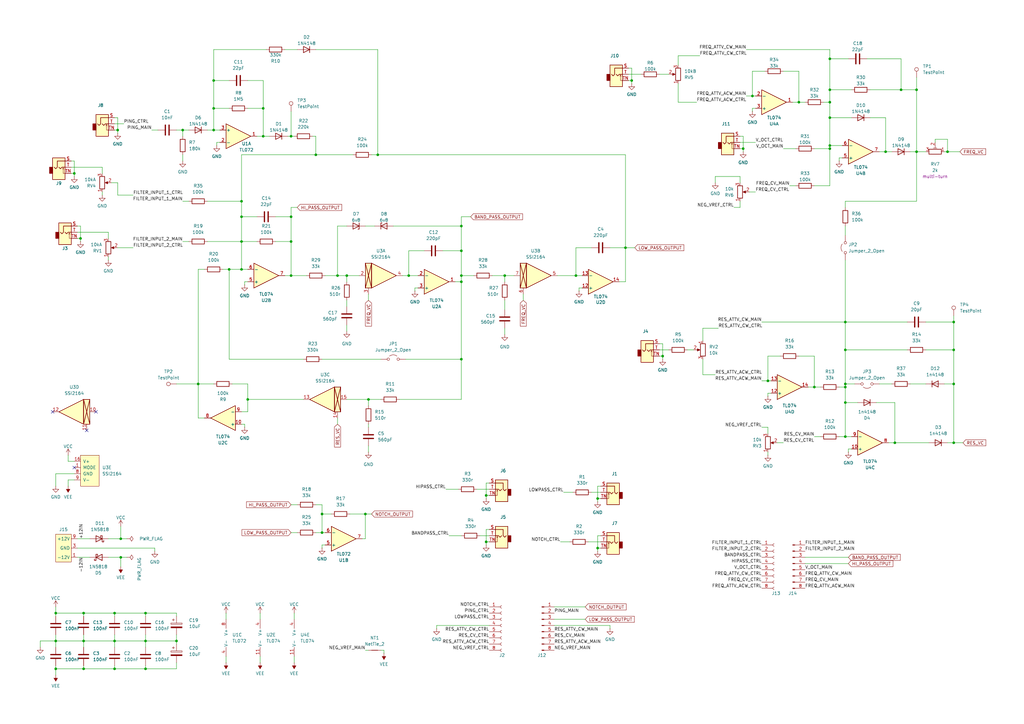
<source format=kicad_sch>
(kicad_sch (version 20250114) (generator "eeschema") (generator_version "9.0")
  (paper "A3")
  (title_block (comment 2 "creativecommons.org/licenses/by/4.0/") (comment 3 "License: CC BY 4.0") (comment 4 "Author: Guy John"))
  (junction (at 189.23 102.87))
  (junction (at 119.38 113.03))
  (junction (at 46.99 274.32))
  (junction (at 327.66 41.91))
  (junction (at 245.11 204.47))
  (junction (at 199.39 222.25))
  (junction (at 346.71 157.48))
  (junction (at 391.16 157.48))
  (junction (at 74.93 53.34))
  (junction (at 59.69 274.32))
  (junction (at 151.13 163.83))
  (junction (at 119.38 55.88))
  (junction (at 340.36 59.69))
  (junction (at 119.38 99.06))
  (junction (at 367.03 181.61))
  (junction (at 256.54 101.6))
  (junction (at 375.92 62.23))
  (junction (at 22.86 274.32))
  (junction (at 189.23 92.71))
  (junction (at 167.64 113.03))
  (junction (at 346.71 132.08))
  (junction (at 391.16 181.61))
  (junction (at 189.23 115.57))
  (junction (at 138.43 113.03))
  (junction (at 391.16 143.51))
  (junction (at 154.94 63.5))
  (junction (at 369.57 36.83))
  (junction (at 30.48 71.12))
  (junction (at 59.69 251.46))
  (junction (at 34.29 251.46))
  (junction (at 49.53 220.98))
  (junction (at 363.22 62.23))
  (junction (at 334.01 158.75))
  (junction (at 346.71 158.75))
  (junction (at 149.86 210.82))
  (junction (at 271.78 146.05))
  (junction (at 48.26 53.34))
  (junction (at 22.86 262.89))
  (junction (at 33.02 97.79))
  (junction (at 259.08 33.02))
  (junction (at 346.71 143.51))
  (junction (at 72.39 262.89))
  (junction (at 314.96 156.21))
  (junction (at 87.63 53.34))
  (junction (at 99.06 99.06))
  (junction (at 132.08 210.82))
  (junction (at 99.06 88.9))
  (junction (at 22.86 251.46))
  (junction (at 207.01 113.03))
  (junction (at 189.23 147.32))
  (junction (at 87.63 44.45))
  (junction (at 129.54 63.5))
  (junction (at 340.36 24.13))
  (junction (at 81.28 157.48))
  (junction (at 245.11 224.79))
  (junction (at 34.29 262.89))
  (junction (at 340.36 36.83))
  (junction (at 132.08 218.44))
  (junction (at 375.92 36.83))
  (junction (at 391.16 132.08))
  (junction (at 46.99 251.46))
  (junction (at 340.36 60.96))
  (junction (at 189.23 113.03))
  (junction (at 34.29 274.32))
  (junction (at 346.71 179.07))
  (junction (at 388.62 62.23))
  (junction (at 46.99 262.89))
  (junction (at 340.36 41.91))
  (junction (at 87.63 33.02))
  (junction (at 99.06 82.55))
  (junction (at 340.36 48.26))
  (junction (at 101.6 163.83))
  (junction (at 308.61 39.37))
  (junction (at 93.98 110.49))
  (junction (at 199.39 203.2))
  (junction (at 304.8 60.96))
  (junction (at 59.69 262.89))
  (junction (at 142.24 113.03))
  (junction (at 49.53 228.6))
  (junction (at 346.71 165.1))
  (junction (at 236.22 113.03))
  (junction (at 107.95 55.88))
  (junction (at 99.06 110.49))
  (junction (at 107.95 44.45))
  (junction (at 119.38 88.9))
  (no_connect (at 21.59 168.91))
  (no_connect (at 39.37 168.91))
  (no_connect (at 35.56 176.53))
  (no_connect (at 30.48 191.77))
  (wire (pts (xy 334.01 146.05) (xy 334.01 158.75)))
  (wire (pts (xy 152.4 63.5) (xy 154.94 63.5)))
  (wire (pts (xy 334.01 60.96) (xy 340.36 60.96)))
  (wire (pts (xy 85.09 99.06) (xy 99.06 99.06)))
  (wire (pts (xy 227.33 256.54) (xy 250.19 256.54)))
  (wire (pts (xy 34.29 273.05) (xy 34.29 274.32)))
  (wire (pts (xy 270.51 30.48) (xy 274.32 30.48)))
  (wire (pts (xy 325.12 41.91) (xy 327.66 41.91)))
  (wire (pts (xy 308.61 44.45) (xy 308.61 45.72)))
  (wire (pts (xy 151.13 163.83) (xy 151.13 166.37)))
  (wire (pts (xy 346.71 106.68) (xy 346.71 132.08)))
  (wire (pts (xy 231.14 201.93) (xy 234.95 201.93)))
  (wire (pts (xy 363.22 62.23) (xy 365.76 62.23)))
  (wire (pts (xy 129.54 207.01) (xy 132.08 207.01)))
  (wire (pts (xy 367.03 181.61) (xy 381 181.61)))
  (wire (pts (xy 346.71 157.48) (xy 346.71 158.75)))
  (wire (pts (xy 133.35 218.44) (xy 132.08 218.44)))
  (wire (pts (xy 129.54 55.88) (xy 129.54 63.5)))
  (wire (pts (xy 30.48 66.04) (xy 30.48 71.12)))
  (wire (pts (xy 45.72 74.93) (xy 48.26 74.93)))
  (wire (pts (xy 156.21 163.83) (xy 151.13 163.83)))
  (wire (pts (xy 314.96 156.21) (xy 314.96 146.05)))
  (wire (pts (xy 379.73 132.08) (xy 391.16 132.08)))
  (wire (pts (xy 133.35 113.03) (xy 138.43 113.03)))
  (wire (pts (xy 72.39 252.73) (xy 72.39 251.46)))
  (wire (pts (xy 369.57 36.83) (xy 375.92 36.83)))
  (wire (pts (xy 236.22 101.6) (xy 236.22 113.03)))
  (wire (pts (xy 93.98 147.32) (xy 93.98 110.49)))
  (wire (pts (xy 193.04 88.9) (xy 189.23 88.9)))
  (wire (pts (xy 270.51 140.97) (xy 271.78 140.97)))
  (wire (pts (xy 107.95 33.02) (xy 107.95 44.45)))
  (wire (pts (xy 331.47 158.75) (xy 334.01 158.75)))
  (wire (pts (xy 256.54 101.6) (xy 250.19 101.6)))
  (wire (pts (xy 303.53 72.39) (xy 303.53 74.93)))
  (wire (pts (xy 101.6 33.02) (xy 107.95 33.02)))
  (wire (pts (xy 22.86 273.05) (xy 22.86 274.32)))
  (wire (pts (xy 259.08 27.94) (xy 259.08 33.02)))
  (wire (pts (xy 189.23 102.87) (xy 189.23 113.03)))
  (wire (pts (xy 72.39 53.34) (xy 74.93 53.34)))
  (wire (pts (xy 59.69 251.46) (xy 59.69 252.73)))
  (wire (pts (xy 391.16 181.61) (xy 394.97 181.61)))
  (wire (pts (xy 22.86 262.89) (xy 34.29 262.89)))
  (wire (pts (xy 346.71 132.08) (xy 346.71 143.51)))
  (wire (pts (xy 101.6 168.91) (xy 99.06 168.91)))
  (wire (pts (xy 31.75 97.79) (xy 33.02 97.79)))
  (wire (pts (xy 105.41 55.88) (xy 107.95 55.88)))
  (wire (pts (xy 388.62 57.15) (xy 388.62 62.23)))
  (wire (pts (xy 375.92 31.75) (xy 375.92 36.83)))
  (wire (pts (xy 314.96 175.26) (xy 312.42 175.26)))
  (wire (pts (xy 293.37 153.67) (xy 288.29 153.67)))
  (wire (pts (xy 81.28 157.48) (xy 87.63 157.48)))
  (wire (pts (xy 93.98 33.02) (xy 87.63 33.02)))
  (wire (pts (xy 186.69 115.57) (xy 189.23 115.57)))
  (wire (pts (xy 34.29 260.35) (xy 34.29 262.89)))
  (wire (pts (xy 207.01 123.19) (xy 207.01 127)))
  (wire (pts (xy 99.06 99.06) (xy 99.06 110.49)))
  (wire (pts (xy 48.26 48.26) (xy 48.26 53.34)))
  (wire (pts (xy 46.99 274.32) (xy 34.29 274.32)))
  (wire (pts (xy 31.75 228.6) (xy 36.83 228.6)))
  (wire (pts (xy 360.68 157.48) (xy 365.76 157.48)))
  (wire (pts (xy 87.63 53.34) (xy 90.17 53.34)))
  (wire (pts (xy 359.41 165.1) (xy 367.03 165.1)))
  (wire (pts (xy 340.36 36.83) (xy 349.25 36.83)))
  (wire (pts (xy 72.39 157.48) (xy 81.28 157.48)))
  (wire (pts (xy 278.13 22.86) (xy 278.13 26.67)))
  (wire (pts (xy 201.93 113.03) (xy 207.01 113.03)))
  (wire (pts (xy 119.38 85.09) (xy 119.38 88.9)))
  (wire (pts (xy 294.64 134.62) (xy 288.29 134.62)))
  (wire (pts (xy 340.36 24.13) (xy 340.36 36.83)))
  (wire (pts (xy 246.38 224.79) (xy 245.11 224.79)))
  (wire (pts (xy 334.01 76.2) (xy 340.36 76.2)))
  (wire (pts (xy 181.61 102.87) (xy 189.23 102.87)))
  (wire (pts (xy 149.86 210.82) (xy 149.86 220.98)))
  (wire (pts (xy 179.07 256.54) (xy 179.07 257.81)))
  (wire (pts (xy 72.39 260.35) (xy 72.39 262.89)))
  (wire (pts (xy 281.94 143.51) (xy 284.48 143.51)))
  (wire (pts (xy 346.71 157.48) (xy 350.52 157.48)))
  (wire (pts (xy 312.42 132.08) (xy 346.71 132.08)))
  (wire (pts (xy 391.16 129.54) (xy 391.16 132.08)))
  (wire (pts (xy 46.99 273.05) (xy 46.99 274.32)))
  (wire (pts (xy 132.08 223.52) (xy 132.08 224.79)))
  (wire (pts (xy 107.95 55.88) (xy 110.49 55.88)))
  (wire (pts (xy 163.83 163.83) (xy 189.23 163.83)))
  (wire (pts (xy 101.6 163.83) (xy 101.6 168.91)))
  (wire (pts (xy 27.94 196.85) (xy 27.94 199.39)))
  (wire (pts (xy 119.38 99.06) (xy 119.38 113.03)))
  (wire (pts (xy 33.02 92.71) (xy 33.02 97.79)))
  (wire (pts (xy 199.39 198.12) (xy 199.39 203.2)))
  (wire (pts (xy 22.86 260.35) (xy 22.86 262.89)))
  (wire (pts (xy 22.86 194.31) (xy 30.48 194.31)))
  (wire (pts (xy 105.41 99.06) (xy 99.06 99.06)))
  (wire (pts (xy 120.65 251.46) (xy 120.65 254)))
  (wire (pts (xy 182.88 200.66) (xy 187.96 200.66)))
  (wire (pts (xy 119.38 207.01) (xy 121.92 207.01)))
  (wire (pts (xy 34.29 251.46) (xy 22.86 251.46)))
  (wire (pts (xy 346.71 85.09) (xy 346.71 82.55)))
  (wire (pts (xy 129.54 63.5) (xy 144.78 63.5)))
  (wire (pts (xy 347.98 231.14) (xy 330.2 231.14)))
  (wire (pts (xy 22.86 248.92) (xy 22.86 251.46)))
  (wire (pts (xy 293.37 72.39) (xy 303.53 72.39)))
  (wire (pts (xy 200.66 222.25) (xy 199.39 222.25)))
  (wire (pts (xy 367.03 165.1) (xy 367.03 181.61)))
  (wire (pts (xy 31.75 92.71) (xy 33.02 92.71)))
  (wire (pts (xy 388.62 62.23) (xy 393.7 62.23)))
  (wire (pts (xy 246.38 199.39) (xy 245.11 199.39)))
  (wire (pts (xy 92.71 269.24) (xy 92.71 271.78)))
  (wire (pts (xy 46.99 262.89) (xy 46.99 265.43)))
  (wire (pts (xy 340.36 48.26) (xy 340.36 59.69)))
  (wire (pts (xy 31.75 220.98) (xy 36.83 220.98)))
  (wire (pts (xy 214.63 123.19) (xy 214.63 120.65)))
  (wire (pts (xy 106.68 251.46) (xy 106.68 254)))
  (wire (pts (xy 34.29 262.89) (xy 46.99 262.89)))
  (wire (pts (xy 31.75 95.25) (xy 44.45 95.25)))
  (wire (pts (xy 129.54 218.44) (xy 132.08 218.44)))
  (wire (pts (xy 132.08 210.82) (xy 132.08 218.44)))
  (wire (pts (xy 157.48 267.97) (xy 157.48 266.7)))
  (wire (pts (xy 200.66 203.2) (xy 199.39 203.2)))
  (wire (pts (xy 245.11 199.39) (xy 245.11 204.47)))
  (wire (pts (xy 271.78 140.97) (xy 271.78 146.05)))
  (wire (pts (xy 62.23 53.34) (xy 64.77 53.34)))
  (wire (pts (xy 81.28 171.45) (xy 83.82 171.45)))
  (wire (pts (xy 309.88 39.37) (xy 308.61 39.37)))
  (wire (pts (xy 167.64 113.03) (xy 171.45 113.03)))
  (wire (pts (xy 46.99 262.89) (xy 59.69 262.89)))
  (wire (pts (xy 46.99 251.46) (xy 46.99 252.73)))
  (wire (pts (xy 308.61 39.37) (xy 308.61 29.21)))
  (wire (pts (xy 199.39 203.2) (xy 199.39 204.47)))
  (wire (pts (xy 391.16 181.61) (xy 388.62 181.61)))
  (wire (pts (xy 304.8 60.96) (xy 304.8 62.23)))
  (wire (pts (xy 119.38 45.72) (xy 119.38 55.88)))
  (wire (pts (xy 288.29 153.67) (xy 288.29 147.32)))
  (wire (pts (xy 303.53 60.96) (xy 304.8 60.96)))
  (wire (pts (xy 119.38 99.06) (xy 113.03 99.06)))
  (wire (pts (xy 237.49 118.11) (xy 237.49 119.38)))
  (wire (pts (xy 355.6 24.13) (xy 369.57 24.13)))
  (wire (pts (xy 151.13 182.88) (xy 151.13 185.42)))
  (wire (pts (xy 303.53 55.88) (xy 304.8 55.88)))
  (wire (pts (xy 29.21 71.12) (xy 30.48 71.12)))
  (wire (pts (xy 41.91 68.58) (xy 41.91 71.12)))
  (wire (pts (xy 44.45 105.41) (xy 44.45 106.68)))
  (wire (pts (xy 92.71 251.46) (xy 92.71 254)))
  (wire (pts (xy 16.51 262.89) (xy 22.86 262.89)))
  (wire (pts (xy 245.11 224.79) (xy 245.11 226.06)))
  (wire (pts (xy 242.57 101.6) (xy 236.22 101.6)))
  (wire (pts (xy 375.92 82.55) (xy 375.92 62.23)))
  (wire (pts (xy 179.07 256.54) (xy 200.66 256.54)))
  (wire (pts (xy 321.31 29.21) (xy 327.66 29.21)))
  (wire (pts (xy 95.25 157.48) (xy 101.6 157.48)))
  (wire (pts (xy 189.23 113.03) (xy 194.31 113.03)))
  (wire (pts (xy 344.17 64.77) (xy 344.17 66.04)))
  (wire (pts (xy 240.03 254) (xy 227.33 254)))
  (wire (pts (xy 22.86 199.39) (xy 22.86 194.31)))
  (wire (pts (xy 346.71 165.1) (xy 351.79 165.1)))
  (wire (pts (xy 349.25 184.15) (xy 347.98 184.15)))
  (wire (pts (xy 391.16 132.08) (xy 391.16 143.51)))
  (wire (pts (xy 100.33 115.57) (xy 100.33 116.84)))
  (wire (pts (xy 170.18 118.11) (xy 170.18 119.38)))
  (wire (pts (xy 59.69 251.46) (xy 46.99 251.46)))
  (wire (pts (xy 149.86 210.82) (xy 143.51 210.82)))
  (wire (pts (xy 142.24 133.35) (xy 142.24 135.89)))
  (wire (pts (xy 189.23 113.03) (xy 189.23 115.57)))
  (wire (pts (xy 195.58 200.66) (xy 200.66 200.66)))
  (wire (pts (xy 121.92 85.09) (xy 119.38 85.09)))
  (wire (pts (xy 99.06 173.99) (xy 100.33 173.99)))
  (wire (pts (xy 375.92 62.23) (xy 379.73 62.23)))
  (wire (pts (xy 250.19 256.54) (xy 250.19 257.81)))
  (wire (pts (xy 87.63 44.45) (xy 87.63 53.34)))
  (wire (pts (xy 72.39 271.78) (xy 72.39 274.32)))
  (wire (pts (xy 259.08 33.02) (xy 259.08 34.29)))
  (wire (pts (xy 99.06 88.9) (xy 99.06 99.06)))
  (wire (pts (xy 33.02 97.79) (xy 33.02 99.06)))
  (wire (pts (xy 59.69 262.89) (xy 72.39 262.89)))
  (wire (pts (xy 344.17 179.07) (xy 346.71 179.07)))
  (wire (pts (xy 74.93 53.34) (xy 74.93 55.88)))
  (wire (pts (xy 49.53 220.98) (xy 52.07 220.98)))
  (wire (pts (xy 189.23 147.32) (xy 189.23 163.83)))
  (wire (pts (xy 347.98 184.15) (xy 347.98 185.42)))
  (wire (pts (xy 207.01 113.03) (xy 207.01 115.57)))
  (wire (pts (xy 344.17 158.75) (xy 346.71 158.75)))
  (wire (pts (xy 246.38 204.47) (xy 245.11 204.47)))
  (wire (pts (xy 49.53 215.9) (xy 49.53 220.98)))
  (wire (pts (xy 132.08 207.01) (xy 132.08 210.82)))
  (wire (pts (xy 383.54 58.42) (xy 383.54 57.15)))
  (wire (pts (xy 59.69 262.89) (xy 59.69 265.43)))
  (wire (pts (xy 41.91 78.74) (xy 41.91 80.01)))
  (wire (pts (xy 113.03 88.9) (xy 119.38 88.9)))
  (wire (pts (xy 236.22 113.03) (xy 238.76 113.03)))
  (wire (pts (xy 85.09 53.34) (xy 87.63 53.34)))
  (wire (pts (xy 387.35 62.23) (xy 388.62 62.23)))
  (wire (pts (xy 119.38 88.9) (xy 119.38 99.06)))
  (wire (pts (xy 151.13 173.99) (xy 151.13 175.26)))
  (wire (pts (xy 154.94 20.32) (xy 154.94 63.5)))
  (wire (pts (xy 229.87 222.25) (xy 233.68 222.25)))
  (wire (pts (xy 327.66 41.91) (xy 330.2 41.91)))
  (wire (pts (xy 109.22 20.32) (xy 87.63 20.32)))
  (wire (pts (xy 48.26 101.6) (xy 54.61 101.6)))
  (wire (pts (xy 257.81 27.94) (xy 259.08 27.94)))
  (wire (pts (xy 31.75 224.79) (xy 63.5 224.79)))
  (wire (pts (xy 375.92 36.83) (xy 375.92 62.23)))
  (wire (pts (xy 138.43 171.45) (xy 138.43 173.99)))
  (wire (pts (xy 116.84 20.32) (xy 121.92 20.32)))
  (wire (pts (xy 154.94 63.5) (xy 256.54 63.5)))
  (wire (pts (xy 346.71 143.51) (xy 372.11 143.51)))
  (wire (pts (xy 129.54 20.32) (xy 154.94 20.32)))
  (wire (pts (xy 90.17 58.42) (xy 88.9 58.42)))
  (wire (pts (xy 105.41 88.9) (xy 99.06 88.9)))
  (wire (pts (xy 72.39 251.46) (xy 59.69 251.46)))
  (wire (pts (xy 373.38 157.48) (xy 379.73 157.48)))
  (wire (pts (xy 340.36 24.13) (xy 347.98 24.13)))
  (wire (pts (xy 152.4 210.82) (xy 149.86 210.82)))
  (wire (pts (xy 128.27 55.88) (xy 129.54 55.88)))
  (wire (pts (xy 356.87 48.26) (xy 363.22 48.26)))
  (wire (pts (xy 306.07 39.37) (xy 308.61 39.37)))
  (wire (pts (xy 149.86 92.71) (xy 153.67 92.71)))
  (wire (pts (xy 46.99 260.35) (xy 46.99 262.89)))
  (wire (pts (xy 363.22 48.26) (xy 363.22 62.23)))
  (wire (pts (xy 99.06 63.5) (xy 129.54 63.5)))
  (wire (pts (xy 119.38 55.88) (xy 120.65 55.88)))
  (wire (pts (xy 189.23 88.9) (xy 189.23 92.71)))
  (wire (pts (xy 142.24 113.03) (xy 147.32 113.03)))
  (wire (pts (xy 340.36 20.32) (xy 340.36 24.13)))
  (wire (pts (xy 100.33 173.99) (xy 100.33 175.26)))
  (wire (pts (xy 245.11 219.71) (xy 245.11 224.79)))
  (wire (pts (xy 161.29 92.71) (xy 189.23 92.71)))
  (wire (pts (xy 199.39 217.17) (xy 199.39 222.25)))
  (wire (pts (xy 254 115.57) (xy 256.54 115.57)))
  (wire (pts (xy 72.39 262.89) (xy 72.39 264.16)))
  (wire (pts (xy 379.73 143.51) (xy 391.16 143.51)))
  (wire (pts (xy 306.07 20.32) (xy 340.36 20.32)))
  (wire (pts (xy 340.36 60.96) (xy 340.36 76.2)))
  (wire (pts (xy 300.99 85.09) (xy 303.53 85.09)))
  (wire (pts (xy 142.24 163.83) (xy 151.13 163.83)))
  (wire (pts (xy 346.71 179.07) (xy 349.25 179.07)))
  (wire (pts (xy 287.02 22.86) (xy 278.13 22.86)))
  (wire (pts (xy 88.9 58.42) (xy 88.9 59.69)))
  (wire (pts (xy 99.06 110.49) (xy 101.6 110.49)))
  (wire (pts (xy 99.06 82.55) (xy 99.06 88.9)))
  (wire (pts (xy 240.03 248.92) (xy 227.33 248.92)))
  (wire (pts (xy 369.57 24.13) (xy 369.57 36.83)))
  (wire (pts (xy 120.65 269.24) (xy 120.65 271.78)))
  (wire (pts (xy 334.01 179.07) (xy 336.55 179.07)))
  (wire (pts (xy 391.16 143.51) (xy 391.16 157.48)))
  (wire (pts (xy 44.45 220.98) (xy 49.53 220.98)))
  (wire (pts (xy 303.53 85.09) (xy 303.53 82.55)))
  (wire (pts (xy 356.87 36.83) (xy 369.57 36.83)))
  (wire (pts (xy 309.88 44.45) (xy 308.61 44.45)))
  (wire (pts (xy 346.71 132.08) (xy 372.11 132.08)))
  (wire (pts (xy 116.84 113.03) (xy 119.38 113.03)))
  (wire (pts (xy 34.29 251.46) (xy 34.29 252.73)))
  (wire (pts (xy 171.45 118.11) (xy 170.18 118.11)))
  (wire (pts (xy 257.81 33.02) (xy 259.08 33.02)))
  (wire (pts (xy 49.53 228.6) (xy 49.53 232.41)))
  (wire (pts (xy 196.85 219.71) (xy 200.66 219.71)))
  (wire (pts (xy 314.96 186.69) (xy 314.96 185.42)))
  (wire (pts (xy 142.24 113.03) (xy 142.24 115.57)))
  (wire (pts (xy 346.71 82.55) (xy 375.92 82.55)))
  (wire (pts (xy 270.51 143.51) (xy 274.32 143.51)))
  (wire (pts (xy 241.3 222.25) (xy 246.38 222.25)))
  (wire (pts (xy 34.29 274.32) (xy 22.86 274.32)))
  (wire (pts (xy 74.93 99.06) (xy 77.47 99.06)))
  (wire (pts (xy 391.16 157.48) (xy 391.16 181.61)))
  (wire (pts (xy 314.96 161.29) (xy 314.96 162.56)))
  (wire (pts (xy 59.69 274.32) (xy 46.99 274.32)))
  (wire (pts (xy 245.11 204.47) (xy 245.11 205.74)))
  (wire (pts (xy 16.51 265.43) (xy 16.51 262.89)))
  (wire (pts (xy 49.53 228.6) (xy 52.07 228.6)))
  (wire (pts (xy 166.37 147.32) (xy 189.23 147.32)))
  (wire (pts (xy 22.86 274.32) (xy 22.86 276.86)))
  (wire (pts (xy 246.38 219.71) (xy 245.11 219.71)))
  (wire (pts (xy 199.39 222.25) (xy 199.39 223.52)))
  (wire (pts (xy 101.6 157.48) (xy 101.6 163.83)))
  (wire (pts (xy 22.86 262.89) (xy 22.86 265.43)))
  (wire (pts (xy 200.66 198.12) (xy 199.39 198.12)))
  (wire (pts (xy 44.45 228.6) (xy 49.53 228.6)))
  (wire (pts (xy 165.1 113.03) (xy 167.64 113.03)))
  (wire (pts (xy 87.63 20.32) (xy 87.63 33.02)))
  (wire (pts (xy 312.42 156.21) (xy 314.96 156.21)))
  (wire (pts (xy 270.51 146.05) (xy 271.78 146.05)))
  (wire (pts (xy 373.38 62.23) (xy 375.92 62.23)))
  (wire (pts (xy 59.69 273.05) (xy 59.69 274.32)))
  (wire (pts (xy 323.85 76.2) (xy 326.39 76.2)))
  (wire (pts (xy 138.43 92.71) (xy 138.43 113.03)))
  (wire (pts (xy 288.29 134.62) (xy 288.29 139.7)))
  (wire (pts (xy 314.96 146.05) (xy 320.04 146.05)))
  (wire (pts (xy 107.95 55.88) (xy 107.95 44.45)))
  (wire (pts (xy 133.35 223.52) (xy 132.08 223.52)))
  (wire (pts (xy 173.99 102.87) (xy 167.64 102.87)))
  (wire (pts (xy 207.01 113.03) (xy 210.82 113.03)))
  (wire (pts (xy 340.36 36.83) (xy 340.36 41.91)))
  (wire (pts (xy 63.5 224.79) (xy 63.5 226.06)))
  (wire (pts (xy 278.13 41.91) (xy 278.13 34.29)))
  (wire (pts (xy 340.36 41.91) (xy 340.36 48.26)))
  (wire (pts (xy 285.75 41.91) (xy 278.13 41.91)))
  (wire (pts (xy 340.36 59.69) (xy 340.36 60.96)))
  (wire (pts (xy 238.76 118.11) (xy 237.49 118.11)))
  (wire (pts (xy 242.57 201.93) (xy 246.38 201.93)))
  (wire (pts (xy 303.53 58.42) (xy 309.88 58.42)))
  (wire (pts (xy 149.86 266.7) (xy 151.13 266.7)))
  (wire (pts (xy 318.77 181.61) (xy 321.31 181.61)))
  (wire (pts (xy 48.26 74.93) (xy 48.26 80.01)))
  (wire (pts (xy 48.26 80.01) (xy 54.61 80.01)))
  (wire (pts (xy 107.95 44.45) (xy 101.6 44.45)))
  (wire (pts (xy 119.38 113.03) (xy 125.73 113.03)))
  (wire (pts (xy 87.63 33.02) (xy 87.63 44.45)))
  (wire (pts (xy 346.71 92.71) (xy 346.71 96.52)))
  (wire (pts (xy 337.82 41.91) (xy 340.36 41.91)))
  (wire (pts (xy 256.54 115.57) (xy 256.54 101.6)))
  (wire (pts (xy 27.94 189.23) (xy 30.48 189.23)))
  (wire (pts (xy 360.68 62.23) (xy 363.22 62.23)))
  (wire (pts (xy 142.24 123.19) (xy 142.24 125.73)))
  (wire (pts (xy 93.98 44.45) (xy 87.63 44.45)))
  (wire (pts (xy 345.44 64.77) (xy 344.17 64.77)))
  (wire (pts (xy 101.6 115.57) (xy 100.33 115.57)))
  (wire (pts (xy 257.81 30.48) (xy 262.89 30.48)))
  (wire (pts (xy 200.66 217.17) (xy 199.39 217.17)))
  (wire (pts (xy 48.26 53.34) (xy 48.26 54.61)))
  (wire (pts (xy 383.54 57.15) (xy 388.62 57.15)))
  (wire (pts (xy 149.86 220.98) (xy 148.59 220.98)))
  (wire (pts (xy 106.68 269.24) (xy 106.68 271.78)))
  (wire (pts (xy 256.54 101.6) (xy 260.35 101.6)))
  (wire (pts (xy 151.13 123.19) (xy 151.13 120.65)))
  (wire (pts (xy 93.98 110.49) (xy 99.06 110.49)))
  (wire (pts (xy 74.93 63.5) (xy 74.93 66.04)))
  (wire (pts (xy 135.89 210.82) (xy 132.08 210.82)))
  (wire (pts (xy 46.99 53.34) (xy 48.26 53.34)))
  (wire (pts (xy 138.43 92.71) (xy 142.24 92.71)))
  (wire (pts (xy 256.54 63.5) (xy 256.54 101.6)))
  (wire (pts (xy 293.37 74.93) (xy 293.37 72.39)))
  (wire (pts (xy 22.86 251.46) (xy 22.86 252.73)))
  (wire (pts (xy 27.94 186.69) (xy 27.94 189.23)))
  (wire (pts (xy 81.28 110.49) (xy 81.28 157.48)))
  (wire (pts (xy 334.01 158.75) (xy 336.55 158.75)))
  (wire (pts (xy 99.06 63.5) (xy 99.06 82.55)))
  (wire (pts (xy 77.47 53.34) (xy 74.93 53.34)))
  (wire (pts (xy 29.21 66.04) (xy 30.48 66.04)))
  (wire (pts (xy 308.61 29.21) (xy 313.69 29.21)))
  (wire (pts (xy 327.66 29.21) (xy 327.66 41.91)))
  (wire (pts (xy 59.69 260.35) (xy 59.69 262.89)))
  (wire (pts (xy 167.64 102.87) (xy 167.64 113.03)))
  (wire (pts (xy 189.23 92.71) (xy 189.23 102.87)))
  (wire (pts (xy 340.36 59.69) (xy 345.44 59.69)))
  (wire (pts (xy 304.8 55.88) (xy 304.8 60.96)))
  (wire (pts (xy 46.99 251.46) (xy 34.29 251.46)))
  (wire (pts (xy 101.6 163.83) (xy 124.46 163.83)))
  (wire (pts (xy 327.66 146.05) (xy 334.01 146.05)))
  (wire (pts (xy 124.46 147.32) (xy 93.98 147.32)))
  (wire (pts (xy 46.99 50.8) (xy 50.8 50.8)))
  (wire (pts (xy 387.35 157.48) (xy 391.16 157.48)))
  (wire (pts (xy 346.71 165.1) (xy 346.71 158.75)))
  (wire (pts (xy 347.98 228.6) (xy 330.2 228.6)))
  (wire (pts (xy 314.96 175.26) (xy 314.96 177.8)))
  (wire (pts (xy 207.01 134.62) (xy 207.01 137.16)))
  (wire (pts (xy 340.36 48.26) (xy 349.25 48.26)))
  (wire (pts (xy 184.15 219.71) (xy 189.23 219.71)))
  (wire (pts (xy 271.78 146.05) (xy 271.78 147.32)))
  (wire (pts (xy 346.71 143.51) (xy 346.71 157.48)))
  (wire (pts (xy 316.23 161.29) (xy 314.96 161.29)))
  (wire (pts (xy 30.48 71.12) (xy 30.48 72.39)))
  (wire (pts (xy 157.48 266.7) (xy 156.21 266.7)))
  (wire (pts (xy 81.28 110.49) (xy 83.82 110.49)))
  (wire (pts (xy 346.71 165.1) (xy 346.71 179.07)))
  (wire (pts (xy 72.39 274.32) (xy 59.69 274.32)))
  (wire (pts (xy 364.49 181.61) (xy 367.03 181.61)))
  (wire (pts (xy 29.21 68.58) (xy 41.91 68.58)))
  (wire (pts (xy 85.09 82.55) (xy 99.06 82.55)))
  (wire (pts (xy 228.6 113.03) (xy 236.22 113.03)))
  (wire (pts (xy 34.29 262.89) (xy 34.29 265.43)))
  (wire (pts (xy 91.44 110.49) (xy 93.98 110.49)))
  (wire (pts (xy 81.28 171.45) (xy 81.28 157.48)))
  (wire (pts (xy 321.31 60.96) (xy 326.39 60.96)))
  (wire (pts (xy 316.23 156.21) (xy 314.96 156.21)))
  (wire (pts (xy 74.93 82.55) (xy 77.47 82.55)))
  (wire (pts (xy 46.99 48.26) (xy 48.26 48.26)))
  (wire (pts (xy 138.43 113.03) (xy 142.24 113.03)))
  (wire (pts (xy 189.23 115.57) (xy 189.23 147.32)))
  (wire (pts (xy 118.11 55.88) (xy 119.38 55.88)))
  (wire (pts (xy 132.08 147.32) (xy 156.21 147.32)))
  (wire (pts (xy 44.45 95.25) (xy 44.45 97.79)))
  (wire (pts (xy 30.48 196.85) (xy 27.94 196.85)))
  (wire (pts (xy 307.34 78.74) (xy 309.88 78.74)))
  (wire (pts (xy 119.38 218.44) (xy 121.92 218.44)))
  (label "-12IN" (at 34.29 228.6 270))
  (label "NEG_VREF_CTRL" (at 200.66 266.7 180))
  (label "RES_ATTV_ACW_MAIN" (at 312.42 156.21 180))
  (label "FREQ_ATTV_ACW_CTRL" (at 285.75 41.91 0))
  (label "RES_ATTV_ACW_MAIN" (at 227.33 264.16 0))
  (label "+12IN" (at 34.29 220.98 90))
  (label "FREQ_ATTV_CW_CTRL" (at 287.02 22.86 0))
  (label "RES_ATTV_CW_CTRL" (at 294.64 134.62 0))
  (label "NEG_VREF_CTRL" (at 300.99 85.09 180))
  (label "PING_CTRL" (at 200.66 251.46 180))
  (label "NOTCH_CTRL" (at 229.87 222.25 180))
  (label "V_OCT_MAIN" (at 330.2 233.68 0))
  (label "PING_CTRL" (at 50.8 50.8 0))
  (label "FREQ_ATTV_ACW_MAIN" (at 330.2 241.3 0))
  (label "RES_ATTV_CW_MAIN" (at 312.42 132.08 180))
  (label "FREQ_ATTV_CW_CTRL" (at 312.42 236.22 180))
  (label "RES_CV_CTRL" (at 321.31 181.61 0))
  (label "RES_ATTV_CW_CTRL" (at 200.66 259.08 180))
  (label "FREQ_CV_MAIN" (at 323.85 76.2 180))
  (label "FILTER_INPUT_2_MAIN" (at 330.2 226.06 0))
  (label "BANDPASS_CTRL" (at 312.42 228.6 180))
  (label "FREQ_CV_MAIN" (at 330.2 238.76 0))
  (label "FREQ_ATTV_CW_MAIN" (at 330.2 236.22 0))
  (label "NEG_VREF_MAIN" (at 227.33 266.7 0))
  (label "BANDPASS_CTRL" (at 184.15 219.71 180))
  (label "HIPASS_CTRL" (at 182.88 200.66 180))
  (label "HIPASS_CTRL" (at 312.42 231.14 180))
  (label "FILTER_INPUT_1_MAIN" (at 74.93 82.55 180))
  (label "FILTER_INPUT_1_CTRL" (at 54.61 80.01 0))
  (label "FILTER_INPUT_1_MAIN" (at 330.2 223.52 0))
  (label "FILTER_INPUT_2_MAIN" (at 74.93 99.06 180))
  (label "RES_CV_MAIN" (at 334.01 179.07 180))
  (label "V_OCT_CTRL" (at 312.42 233.68 180))
  (label "V_OCT_CTRL" (at 309.88 58.42 0))
  (label "LOWPASS_CTRL" (at 231.14 201.93 180))
  (label "RES_ATTV_CW_MAIN" (at 227.33 259.08 0))
  (label "RES_CV_CTRL" (at 200.66 261.62 180))
  (label "FREQ_ATTV_CW_MAIN" (at 306.07 20.32 180))
  (label "NEG_VREF_CTRL" (at 312.42 175.26 180))
  (label "FILTER_INPUT_2_CTRL" (at 54.61 101.6 0))
  (label "FREQ_CV_CTRL" (at 312.42 238.76 180))
  (label "FREQ_ATTV_ACW_MAIN" (at 306.07 39.37 180))
  (label "NEG_VREF_MAIN" (at 149.86 266.7 180))
  (label "PING_MAIN" (at 62.23 53.34 180))
  (label "RES_ATTV_ACW_CTRL" (at 293.37 153.67 0))
  (label "FREQ_ATTV_ACW_CTRL" (at 312.42 241.3 180))
  (label "RES_CV_MAIN" (at 227.33 261.62 0))
  (label "PING_MAIN" (at 227.33 251.46 0))
  (label "NOTCH_CTRL" (at 200.66 248.92 180))
  (label "RES_ATTV_ACW_CTRL" (at 200.66 264.16 180))
  (label "V_OCT_MAIN" (at 321.31 60.96 180))
  (label "FILTER_INPUT_1_CTRL" (at 312.42 223.52 180))
  (label "FREQ_CV_CTRL" (at 309.88 78.74 0))
  (label "FILTER_INPUT_2_CTRL" (at 312.42 226.06 180))
  (label "LOWPASS_CTRL" (at 200.66 254 180))
  (global_label "BAND_PASS_OUTPUT" (shape input) (at 347.98 228.6 0) (property "Intersheetrefs" "${INTERSHEET_REFS}" (effects (hide yes))))
  (global_label "NOTCH_OUTPUT" (shape input) (at 152.4 210.82 0) (property "Intersheetrefs" "${INTERSHEET_REFS}" (effects (hide yes))))
  (global_label "BAND_PASS_OUTPUT" (shape input) (at 193.04 88.9 0) (property "Intersheetrefs" "${INTERSHEET_REFS}" (effects (hide yes))))
  (global_label "NOTCH_OUTPUT" (shape input) (at 240.03 248.92 0) (property "Intersheetrefs" "${INTERSHEET_REFS}" (effects (hide yes))))
  (global_label "HI_PASS_OUTPUT" (shape input) (at 347.98 231.14 0) (property "Intersheetrefs" "${INTERSHEET_REFS}" (effects (hide yes))))
  (global_label "FREQ_VC" (shape input) (at 214.63 123.19 270) (property "Intersheetrefs" "${INTERSHEET_REFS}" (effects (hide yes))))
  (global_label "FREQ_VC" (shape input) (at 393.7 62.23 0) (property "Intersheetrefs" "${INTERSHEET_REFS}" (effects (hide yes))))
  (global_label "FREQ_VC" (shape input) (at 151.13 123.19 270) (property "Intersheetrefs" "${INTERSHEET_REFS}" (effects (hide yes))))
  (global_label "RES_VC" (shape input) (at 138.43 173.99 270) (property "Intersheetrefs" "${INTERSHEET_REFS}" (effects (hide yes))))
  (global_label "HI_PASS_OUTPUT" (shape input) (at 119.38 207.01 180) (property "Intersheetrefs" "${INTERSHEET_REFS}" (effects (hide yes))))
  (global_label "RES_VC" (shape input) (at 394.97 181.61 0) (property "Intersheetrefs" "${INTERSHEET_REFS}" (effects (hide yes))))
  (global_label "LOW_PASS_OUTPUT" (shape input) (at 119.38 218.44 180) (property "Intersheetrefs" "${INTERSHEET_REFS}" (effects (hide yes))))
  (global_label "HI_PASS_OUTPUT" (shape input) (at 121.92 85.09 0) (property "Intersheetrefs" "${INTERSHEET_REFS}" (effects (hide yes))))
  (global_label "LOW_PASS_OUTPUT" (shape input) (at 240.03 254 0) (property "Intersheetrefs" "${INTERSHEET_REFS}" (effects (hide yes))))
  (global_label "LOW_PASS_OUTPUT" (shape input) (at 260.35 101.6 0) (property "Intersheetrefs" "${INTERSHEET_REFS}" (effects (hide yes))))
  (symbol (lib_id "Amplifier_Operational:TL074") (at 317.5 41.91 0) (mirror x) (unit 1)
    (property "Reference" "U4" (at 317.5 50.8 0))
    (property "Value" "TL074" (at 317.5 48.26 0))
    (property "Footprint" "Package_DIP:DIP-14_W7.62mm_Socket" (effects (hide yes)))
    (property "Datasheet" "http://www.ti.com/lit/ds/symlink/tl071.pdf" (effects (hide yes)))
    (property "Description" "Quad Low-Noise JFET-Input Operational Amplifiers, DIP-14/SOIC-14" (effects (hide yes)))
  )
  (symbol (lib_id "Rumblesan_Standard_Parts:R") (at 142.24 119.38 0) (mirror y) (unit 1)
    (property "Reference" "R26" (at 139.7 118.1099 0) (effects (justify left)))
    (property "Value" "510r" (at 139.7 120.6499 0) (effects (justify left)))
    (property "Footprint" "Rumblesan_Standard_Parts:R_Axial_DIN0207_L6.3mm_D2.5mm_P10.16mm_Horizontal" (effects (hide yes)))
    (property "Description" "Resistor" (effects (hide yes)))
    (property "Tolerance" "1%" (effects (hide yes)))
    (property "Power" "0.5W" (effects (hide yes)))
    (property "Spec" "metal film" (effects (hide yes)))
  )
  (symbol (lib_id "Rumblesan_Standard_Parts:R_Potentiometer") (at 314.96 181.61 0) (mirror x) (unit 1)
    (property "Reference" "RV3" (at 312.42 182.8801 0) (effects (justify right)))
    (property "Value" "10k" (at 312.42 180.3401 0) (effects (justify right)))
    (property "Footprint" "Rumblesan_Potentiometer_THT:Potentiometer_Alpha_RD901F-40-00D_Single_Vertical" (effects (hide yes)))
    (property "Datasheet" "http://www.taiwanalpha.com/downloads?target=products&id=113" (effects (hide yes)))
    (property "Description" "Potentiometer" (effects (hide yes)))
  )
  (symbol (lib_id "power:VEE") (at 157.48 267.97 180) (unit 1)
    (property "Reference" "#PWR035" (effects (hide yes)))
    (property "Value" "VEE" (at 157.48 272.4134 0))
    (property "Description" "Power symbol creates a global label with name \"VEE\"" (effects (hide yes)))
  )
  (symbol (lib_id "Rumblesan_Standard_Parts:C") (at 22.86 269.24 0) (unit 1)
    (property "Reference" "C6" (at 26.67 267.9699 0) (effects (justify left)))
    (property "Value" "100nF" (at 26.67 270.5099 0) (effects (justify left)))
    (property "Footprint" "Rumblesan_Standard_Parts:C_Rect_L7.0mm_W2.5mm_P5.00mm" (effects (hide yes)))
    (property "Spec" "ceramic X7R" (effects (hide yes)))
    (property "Tolerance" "5%" (effects (hide yes)))
  )
  (symbol (lib_id "power:VEE") (at 49.53 232.41 180) (unit 1)
    (property "Reference" "#PWR033" (effects (hide yes)))
    (property "Value" "VEE" (at 49.53 236.8534 0))
    (property "Description" "Power symbol creates a global label with name \"VEE\"" (effects (hide yes)))
  )
  (symbol (lib_id "power:VCC") (at 22.86 248.92 0) (unit 1)
    (property "Reference" "#PWR014" (effects (hide yes)))
    (property "Value" "VCC" (at 22.86 245.3442 0))
    (property "Description" "Power symbol creates a global label with name \"VCC\"" (effects (hide yes)))
  )
  (symbol (lib_id "power:GND") (at 151.13 185.42 0) (mirror y) (unit 1)
    (property "Reference" "#PWR05" (effects (hide yes)))
    (property "Value" "GND" (at 151.13 190.5 0))
    (property "Description" "Power symbol creates a global label with name \"GND\" , ground" (effects (hide yes)))
  )
  (symbol (lib_id "power:GND") (at 30.48 72.39 0) (unit 1)
    (property "Reference" "#PWR049" (effects (hide yes)))
    (property "Value" "GND" (at 30.48 76.8334 0))
    (property "Description" "Power symbol creates a global label with name \"GND\" , ground" (effects (hide yes)))
  )
  (symbol (lib_id "power:GND") (at 63.5 226.06 0) (mirror y) (unit 1)
    (property "Reference" "#PWR034" (effects (hide yes)))
    (property "Value" "GND" (at 63.5 230.5034 0))
    (property "Description" "Power symbol creates a global label with name \"GND\" , ground" (effects (hide yes)))
  )
  (symbol (lib_id "Device:D") (at 353.06 48.26 180) (unit 1)
    (property "Reference" "D10" (at 353.06 43.18 0))
    (property "Value" "1N4148" (at 353.06 45.72 0))
    (property "Footprint" "Rumblesan_Standard_Parts:D_DO-35_SOD27_P7.62mm_Horizontal" (effects (hide yes)))
    (property "Sim.Device" "D" (effects (hide yes)))
    (property "Sim.Pins" "1=K 2=A" (effects (hide yes)))
  )
  (symbol (lib_id "Rumblesan_Standard_Parts:R") (at 113.03 20.32 270) (unit 1)
    (property "Reference" "R10" (at 113.03 25.0358 90))
    (property "Value" "330k" (at 113.03 22.4989 90))
    (property "Footprint" "Rumblesan_Standard_Parts:R_Axial_DIN0207_L6.3mm_D2.5mm_P10.16mm_Horizontal" (effects (hide yes)))
    (property "Description" "Resistor" (effects (hide yes)))
    (property "Tolerance" "1%" (effects (hide yes)))
    (property "Power" "0.5W" (effects (hide yes)))
    (property "Spec" "metal film" (effects (hide yes)))
  )
  (symbol (lib_id "Device:D_Schottky") (at 40.64 220.98 180) (unit 1)
    (property "Reference" "D11" (at 40.9575 214.63 0))
    (property "Value" "1N5818" (at 40.9575 217.17 0))
    (property "Footprint" "Rumblesan_Standard_Parts:D_DO-41_SOD81_P10.16mm_Horizontal" (effects (hide yes)))
    (property "Description" "Schottky diode" (effects (hide yes)))
  )
  (symbol (lib_id "Connector_Audio:AudioJack2_SwitchT") (at 252.73 30.48 0) (unit 1)
    (property "Reference" "J10" (at 252.095 22.86 0))
    (property "Value" "AudioJack2_SwitchT" (effects (hide yes)))
    (property "Footprint" "Rumblesan_Audio_Connectors:Jack_3.5mm_QingPu_WQP-PJ398SM_Vertical" (effects (hide yes)))
    (property "Description" "Audio Jack, 2 Poles (Mono / TS), Switched T Pole (Normalling)" (effects (hide yes)))
  )
  (symbol (lib_id "Rumblesan_Standard_Parts:R") (at 346.71 88.9 0) (unit 1)
    (property "Reference" "R36" (at 349.25 87.6299 0) (effects (justify left)))
    (property "Value" "100k" (at 349.25 90.1699 0) (effects (justify left)))
    (property "Footprint" "Rumblesan_Standard_Parts:R_Axial_DIN0207_L6.3mm_D2.5mm_P10.16mm_Horizontal" (effects (hide yes)))
    (property "Description" "Resistor" (effects (hide yes)))
    (property "Tolerance" "1%" (effects (hide yes)))
    (property "Power" "0.5W" (effects (hide yes)))
    (property "Spec" "metal film" (effects (hide yes)))
  )
  (symbol (lib_id "Rumblesan_Standard_Parts:R") (at 330.2 60.96 270) (unit 1)
    (property "Reference" "R31" (at 330.2 55.88 90))
    (property "Value" "100k" (at 330.2 58.42 90))
    (property "Footprint" "Rumblesan_Standard_Parts:R_Axial_DIN0207_L6.3mm_D2.5mm_P10.16mm_Horizontal" (effects (hide yes)))
    (property "Description" "Resistor" (effects (hide yes)))
    (property "Tolerance" "1%" (effects (hide yes)))
    (property "Power" "0.5W" (effects (hide yes)))
    (property "Spec" "metal film" (effects (hide yes)))
  )
  (symbol (lib_id "power:GND") (at 100.33 116.84 0) (unit 1)
    (property "Reference" "#PWR03" (effects (hide yes)))
    (property "Value" "GND" (at 100.33 121.2834 0))
    (property "Description" "Power symbol creates a global label with name \"GND\" , ground" (effects (hide yes)))
  )
  (symbol (lib_id "Connector:TestPoint") (at 375.92 31.75 0) (unit 1)
    (property "Reference" "TP1" (at 378.46 27.1779 0) (effects (justify left)))
    (property "Value" "TestPoint" (at 378.46 29.7179 0) (effects (justify left)))
    (property "Footprint" "Rumblesan_Standard_Parts:TestPoint_Loop_D2.50mm_Drill1.0mm_LowProfile" (effects (hide yes)))
    (property "Description" "test point" (effects (hide yes)))
  )
  (symbol (lib_id "Device:D") (at 384.81 181.61 0) (mirror y) (unit 1)
    (property "Reference" "D3" (at 384.81 175.26 0))
    (property "Value" "1n4148" (at 384.81 177.8 0))
    (property "Footprint" "Rumblesan_Standard_Parts:D_DO-35_SOD27_P7.62mm_Horizontal" (effects (hide yes)))
    (property "Description" "Diode" (effects (hide yes)))
    (property "Sim.Device" "D" (effects (hide yes)))
    (property "Sim.Pins" "1=K 2=A" (effects (hide yes)))
  )
  (symbol (lib_id "Rumblesan_Standard_Parts:R_Potentiometer") (at 44.45 101.6 0) (mirror x) (unit 1)
    (property "Reference" "RV1" (at 41.91 102.8701 0) (effects (justify right)))
    (property "Value" "10kA" (at 41.91 100.3301 0) (effects (justify right)))
    (property "Footprint" "Rumblesan_Potentiometer_THT:Potentiometer_Alpha_RD901F-40-00D_Single_Vertical" (effects (hide yes)))
    (property "Datasheet" "http://www.taiwanalpha.com/downloads?target=products&id=113" (effects (hide yes)))
    (property "Description" "Potentiometer" (effects (hide yes)))
  )
  (symbol (lib_id "Rumblesan_Audio_Chips:SSI2164") (at 218.44 113.03 0) (unit 2)
    (property "Reference" "U3" (at 219.71 102.87 0))
    (property "Value" "SSI2164" (at 219.71 105.41 0))
    (property "Footprint" "Package_DIP:DIP-16_W7.62mm_Socket" (effects (hide yes)))
    (property "Datasheet" "http://www.soundsemiconductor.com/downloads/ssi2164datasheet.pdf" (effects (hide yes)))
  )
  (symbol (lib_id "Rumblesan_Standard_Parts:R") (at 340.36 158.75 270) (unit 1)
    (property "Reference" "R13" (at 340.36 152.4 90))
    (property "Value" "33k" (at 340.36 154.94 90))
    (property "Footprint" "Rumblesan_Standard_Parts:R_Axial_DIN0207_L6.3mm_D2.5mm_P10.16mm_Horizontal" (effects (hide yes)))
    (property "Description" "Resistor" (effects (hide yes)))
    (property "Tolerance" "1%" (effects (hide yes)))
    (property "Power" "0.5W" (effects (hide yes)))
    (property "Spec" "metal film" (effects (hide yes)))
  )
  (symbol (lib_id "Rumblesan_Standard_Parts:R") (at 125.73 207.01 270) (unit 1)
    (property "Reference" "R18" (at 125.73 200.66 90))
    (property "Value" "33k" (at 125.73 203.2 90))
    (property "Footprint" "Rumblesan_Standard_Parts:R_Axial_DIN0207_L6.3mm_D2.5mm_P10.16mm_Horizontal" (effects (hide yes)))
    (property "Description" "Resistor" (effects (hide yes)))
    (property "Tolerance" "1%" (effects (hide yes)))
    (property "Power" "0.5W" (effects (hide yes)))
    (property "Spec" "metal film" (effects (hide yes)))
  )
  (symbol (lib_id "Connector:Conn_01x08_Socket") (at 317.5 231.14 0) (unit 1)
    (property "Reference" "J13" (at 316.484 243.332 0) (effects (justify left)))
    (property "Value" "Conn_01x08_Socket" (effects (hide yes)))
    (property "Footprint" "Connector_PinSocket_2.54mm:PinSocket_1x08_P2.54mm_Vertical" (effects (hide yes)))
    (property "Description" "Generic connector, single row, 01x08, script generated" (effects (hide yes)))
  )
  (symbol (lib_id "Amplifier_Operational:TL074") (at 123.19 261.62 0) (unit 5)
    (property "Reference" "U4" (at 123.19 260.3499 0) (effects (justify left)))
    (property "Value" "TL074" (at 123.19 262.8899 0) (effects (justify left)))
    (property "Footprint" "Package_DIP:DIP-14_W7.62mm_Socket" (effects (hide yes)))
    (property "Datasheet" "http://www.ti.com/lit/ds/symlink/tl071.pdf" (effects (hide yes)))
    (property "Description" "Quad Low-Noise JFET-Input Operational Amplifiers, DIP-14/SOIC-14" (effects (hide yes)))
  )
  (symbol (lib_id "power:GND") (at 100.33 175.26 0) (mirror y) (unit 1)
    (property "Reference" "#PWR04" (effects (hide yes)))
    (property "Value" "GND" (at 100.33 179.7034 0))
    (property "Description" "Power symbol creates a global label with name \"GND\" , ground" (effects (hide yes)))
  )
  (symbol (lib_id "power:VEE") (at 106.68 271.78 180) (unit 1)
    (property "Reference" "#PWR023" (effects (hide yes)))
    (property "Value" "VEE" (at 106.68 276.2234 0))
    (property "Description" "Power symbol creates a global label with name \"VEE\"" (effects (hide yes)))
  )
  (symbol (lib_id "power:GND") (at 304.8 62.23 0) (unit 1)
    (property "Reference" "#PWR055" (effects (hide yes)))
    (property "Value" "GND" (at 304.8 66.6734 0))
    (property "Description" "Power symbol creates a global label with name \"GND\" , ground" (effects (hide yes)))
  )
  (symbol (lib_id "power:GND") (at 314.96 186.69 0) (unit 1)
    (property "Reference" "#PWR042" (effects (hide yes)))
    (property "Value" "GND" (at 314.96 191.1334 0))
    (property "Description" "Power symbol creates a global label with name \"GND\" , ground" (effects (hide yes)))
  )
  (symbol (lib_id "Rumblesan_Standard_Parts:R") (at 207.01 119.38 0) (mirror y) (unit 1)
    (property "Reference" "R27" (at 204.47 118.1099 0) (effects (justify left)))
    (property "Value" "510r" (at 204.47 120.6499 0) (effects (justify left)))
    (property "Footprint" "Rumblesan_Standard_Parts:R_Axial_DIN0207_L6.3mm_D2.5mm_P10.16mm_Horizontal" (effects (hide yes)))
    (property "Description" "Resistor" (effects (hide yes)))
    (property "Tolerance" "1%" (effects (hide yes)))
    (property "Power" "0.5W" (effects (hide yes)))
    (property "Spec" "metal film" (effects (hide yes)))
  )
  (symbol (lib_id "power:GND") (at 245.11 226.06 0) (mirror y) (unit 1)
    (property "Reference" "#PWR010" (effects (hide yes)))
    (property "Value" "GND" (at 245.11 230.5034 0))
    (property "Description" "Power symbol creates a global label with name \"GND\" , ground" (effects (hide yes)))
  )
  (symbol (lib_id "power:GND") (at 199.39 204.47 0) (mirror y) (unit 1)
    (property "Reference" "#PWR06" (effects (hide yes)))
    (property "Value" "GND" (at 199.39 208.9134 0))
    (property "Description" "Power symbol creates a global label with name \"GND\" , ground" (effects (hide yes)))
  )
  (symbol (lib_id "Rumblesan_Standard_Parts:R") (at 74.93 59.69 0) (unit 1)
    (property "Reference" "R7" (at 77.47 58.4199 0) (effects (justify left)))
    (property "Value" "180k" (at 77.47 60.9599 0) (effects (justify left)))
    (property "Footprint" "Rumblesan_Standard_Parts:R_Axial_DIN0207_L6.3mm_D2.5mm_P10.16mm_Horizontal" (effects (hide yes)))
    (property "Description" "Resistor" (effects (hide yes)))
    (property "Tolerance" "1%" (effects (hide yes)))
    (property "Power" "0.5W" (effects (hide yes)))
    (property "Spec" "metal film" (effects (hide yes)))
  )
  (symbol (lib_id "power:VCC") (at 120.65 251.46 0) (unit 1)
    (property "Reference" "#PWR020" (effects (hide yes)))
    (property "Value" "VCC" (at 120.65 247.8842 0))
    (property "Description" "Power symbol creates a global label with name \"VCC\"" (effects (hide yes)))
  )
  (symbol (lib_id "power:GND") (at 259.08 34.29 0) (unit 1)
    (property "Reference" "#PWR054" (effects (hide yes)))
    (property "Value" "GND" (at 259.08 38.7334 0))
    (property "Description" "Power symbol creates a global label with name \"GND\" , ground" (effects (hide yes)))
  )
  (symbol (lib_id "Device:D") (at 114.3 55.88 180) (unit 1)
    (property "Reference" "D1" (at 114.3 50.8 0))
    (property "Value" "1N4148" (at 114.3 53.34 0))
    (property "Footprint" "Rumblesan_Standard_Parts:D_DO-35_SOD27_P7.62mm_Horizontal" (effects (hide yes)))
    (property "Sim.Device" "D" (effects (hide yes)))
    (property "Sim.Pins" "1=K 2=A" (effects (hide yes)))
  )
  (symbol (lib_id "Rumblesan_Standard_Parts:R_Potentiometer") (at 41.91 74.93 0) (mirror x) (unit 1)
    (property "Reference" "RV4" (at 39.37 76.2001 0) (effects (justify right)))
    (property "Value" "10kA" (at 39.37 73.6601 0) (effects (justify right)))
    (property "Footprint" "Rumblesan_Potentiometer_THT:Potentiometer_Alpha_RD901F-40-00D_Single_Vertical" (effects (hide yes)))
    (property "Datasheet" "http://www.taiwanalpha.com/downloads?target=products&id=113" (effects (hide yes)))
    (property "Description" "Potentiometer" (effects (hide yes)))
  )
  (symbol (lib_id "Rumblesan_Standard_Parts:C") (at 46.99 269.24 0) (unit 1)
    (property "Reference" "C2" (at 50.8 267.9699 0) (effects (justify left)))
    (property "Value" "100nF" (at 50.8 270.5099 0) (effects (justify left)))
    (property "Footprint" "Rumblesan_Standard_Parts:C_Rect_L7.0mm_W2.5mm_P5.00mm" (effects (hide yes)))
    (property "Spec" "ceramic X7R" (effects (hide yes)))
    (property "Tolerance" "5%" (effects (hide yes)))
  )
  (symbol (lib_id "Device:R") (at 191.77 200.66 270) (mirror x) (unit 1)
    (property "Reference" "R3" (at 191.77 194.31 90))
    (property "Value" "330r" (at 191.77 196.85 90))
    (property "Footprint" "Rumblesan_Standard_Parts:R_Axial_DIN0207_L6.3mm_D2.5mm_P10.16mm_Horizontal" (effects (hide yes)))
    (property "Power" "0.5W" (effects (hide yes)))
    (property "Spec" "metal film" (effects (hide yes)))
    (property "Tolerance" "1%" (effects (hide yes)))
  )
  (symbol (lib_id "power:VCC") (at 92.71 251.46 0) (unit 1)
    (property "Reference" "#PWR017" (effects (hide yes)))
    (property "Value" "VCC" (at 92.71 247.8842 0))
    (property "Description" "Power symbol creates a global label with name \"VCC\"" (effects (hide yes)))
  )
  (symbol (lib_id "Device:D") (at 355.6 165.1 180) (unit 1)
    (property "Reference" "D4" (at 355.6 171.45 0))
    (property "Value" "1n4148" (at 355.6 168.91 0))
    (property "Footprint" "Rumblesan_Standard_Parts:D_DO-35_SOD27_P7.62mm_Horizontal" (effects (hide yes)))
    (property "Description" "Diode" (effects (hide yes)))
    (property "Sim.Device" "D" (effects (hide yes)))
    (property "Sim.Pins" "1=K 2=A" (effects (hide yes)))
  )
  (symbol (lib_id "Rumblesan_Standard_Parts:C") (at 375.92 132.08 90) (unit 1)
    (property "Reference" "C9" (at 375.92 124.46 90))
    (property "Value" "20pF" (at 375.92 127 90))
    (property "Footprint" "Rumblesan_Standard_Parts:C_Rect_L7.0mm_W2.5mm_P5.00mm" (effects (hide yes)))
    (property "Spec" "ceramic C0G" (effects (hide yes)))
    (property "Tolerance" "5%" (effects (hide yes)))
  )
  (symbol (lib_id "Rumblesan_Standard_Parts:C") (at 151.13 179.07 0) (unit 1)
    (property "Reference" "C5" (at 154.94 177.7999 0) (effects (justify left)))
    (property "Value" "560pF" (at 154.94 180.3399 0) (effects (justify left)))
    (property "Footprint" "Rumblesan_Standard_Parts:C_Rect_L7.0mm_W2.5mm_P5.00mm" (effects (hide yes)))
    (property "Description" "Unpolarized capacitor" (effects (hide yes)))
    (property "Spec" "ceramic C0G" (effects (hide yes)))
    (property "Tolerance" "5%" (effects (hide yes)))
  )
  (symbol (lib_id "power:GND") (at 44.45 106.68 0) (unit 1)
    (property "Reference" "#PWR047" (effects (hide yes)))
    (property "Value" "GND" (at 44.45 111.1234 0))
    (property "Description" "Power symbol creates a global label with name \"GND\" , ground" (effects (hide yes)))
  )
  (symbol (lib_id "Rumblesan_Standard_Parts:R") (at 330.2 76.2 270) (unit 1)
    (property "Reference" "R33" (at 330.2 71.12 90))
    (property "Value" "100k" (at 330.2 73.66 90))
    (property "Footprint" "Rumblesan_Standard_Parts:R_Axial_DIN0207_L6.3mm_D2.5mm_P10.16mm_Horizontal" (effects (hide yes)))
    (property "Description" "Resistor" (effects (hide yes)))
    (property "Tolerance" "1%" (effects (hide yes)))
    (property "Power" "0.5W" (effects (hide yes)))
    (property "Spec" "metal film" (effects (hide yes)))
  )
  (symbol (lib_id "power:GND") (at 88.9 59.69 0) (unit 1)
    (property "Reference" "#PWR02" (effects (hide yes)))
    (property "Value" "GND" (at 88.9 64.1334 0))
    (property "Description" "Power symbol creates a global label with name \"GND\" , ground" (effects (hide yes)))
  )
  (symbol (lib_id "Connector:TestPoint") (at 72.39 157.48 90) (unit 1)
    (property "Reference" "TP2" (at 69.088 152.4 90))
    (property "Value" "TestPoint" (at 69.088 154.94 90))
    (property "Footprint" "Rumblesan_Standard_Parts:TestPoint_Loop_D2.50mm_Drill1.0mm_LowProfile" (effects (hide yes)))
    (property "Description" "test point" (effects (hide yes)))
  )
  (symbol (lib_id "Rumblesan_Eurorack_Power:Eurorack Power Small") (at 25.4 224.79 0) (unit 1)
    (property "Reference" "J15" (at 26.035 217.17 0))
    (property "Value" "Conn_02x05_Odd_Even" (effects (hide yes)))
    (property "Footprint" "Rumblesan_Eurorack_Power:Eurorack_Power_IDC-Header_2x05_P2.54mm_Vertical" (effects (hide yes)))
  )
  (symbol (lib_id "power:GND") (at 207.01 137.16 0) (unit 1)
    (property "Reference" "#PWR061" (effects (hide yes)))
    (property "Value" "GND" (at 207.01 142.24 0))
    (property "Description" "Power symbol creates a global label with name \"GND\" , ground" (effects (hide yes)))
  )
  (symbol (lib_id "Connector_Audio:AudioJack2_SwitchT") (at 205.74 200.66 0) (mirror y) (unit 1)
    (property "Reference" "J6" (at 206.375 193.04 0))
    (property "Value" "AudioJack2_SwitchT" (effects (hide yes)))
    (property "Footprint" "Rumblesan_Audio_Connectors:Jack_3.5mm_QingPu_WQP-PJ398SM_Vertical" (effects (hide yes)))
    (property "Description" "Audio Jack, 2 Poles (Mono / TS), Switched T Pole (Normalling)" (effects (hide yes)))
  )
  (symbol (lib_id "Rumblesan_Standard_Parts:C") (at 22.86 256.54 0) (unit 1)
    (property "Reference" "C7" (at 26.67 255.2699 0) (effects (justify left)))
    (property "Value" "100nF" (at 26.67 257.8099 0) (effects (justify left)))
    (property "Footprint" "Rumblesan_Standard_Parts:C_Rect_L7.0mm_W2.5mm_P5.00mm" (effects (hide yes)))
    (property "Spec" "ceramic X7R" (effects (hide yes)))
    (property "Tolerance" "5%" (effects (hide yes)))
  )
  (symbol (lib_id "power:VCC") (at 27.94 186.69 0) (unit 1)
    (property "Reference" "#PWR027" (effects (hide yes)))
    (property "Value" "VCC" (at 27.94 183.1142 0))
    (property "Description" "Power symbol creates a global label with name \"VCC\"" (effects (hide yes)))
  )
  (symbol (lib_id "Rumblesan_Standard_Parts:R") (at 340.36 179.07 270) (unit 1)
    (property "Reference" "R12" (at 340.36 172.72 90))
    (property "Value" "100k" (at 340.36 175.26 90))
    (property "Footprint" "Rumblesan_Standard_Parts:R_Axial_DIN0207_L6.3mm_D2.5mm_P10.16mm_Horizontal" (effects (hide yes)))
    (property "Description" "Resistor" (effects (hide yes)))
    (property "Tolerance" "1%" (effects (hide yes)))
    (property "Power" "0.5W" (effects (hide yes)))
    (property "Spec" "metal film" (effects (hide yes)))
  )
  (symbol (lib_id "Rumblesan_Standard_Parts:R_Potentiometer") (at 278.13 30.48 180) (unit 1)
    (property "Reference" "RV5" (at 280.67 31.7501 0) (effects (justify right)))
    (property "Value" "10kB" (at 280.67 29.2101 0) (effects (justify right)))
    (property "Footprint" "Rumblesan_Potentiometer_THT:Potentiometer_Alpha_RD901F-40-00D_Single_Vertical" (effects (hide yes)))
    (property "Datasheet" "http://www.taiwanalpha.com/downloads?target=products&id=113" (effects (hide yes)))
    (property "Description" "Potentiometer" (effects (hide yes)))
  )
  (symbol (lib_id "Amplifier_Operational:TL074") (at 109.22 113.03 0) (mirror x) (unit 2)
    (property "Reference" "U2" (at 109.22 123.19 0))
    (property "Value" "TL074" (at 109.22 120.65 0))
    (property "Footprint" "Package_DIP:DIP-14_W7.62mm_Socket" (effects (hide yes)))
    (property "Datasheet" "http://www.ti.com/lit/ds/symlink/tl071.pdf" (effects (hide yes)))
    (property "Description" "Quad Low-Noise JFET-Input Operational Amplifiers, DIP-14/SOIC-14" (effects (hide yes)))
  )
  (symbol (lib_id "Connector:Conn_01x08_Socket") (at 205.74 256.54 0) (unit 1)
    (property "Reference" "J2" (at 204.724 268.732 0) (effects (justify left)))
    (property "Value" "Conn_01x08_Socket" (effects (hide yes)))
    (property "Footprint" "Connector_PinSocket_2.54mm:PinSocket_1x08_P2.54mm_Vertical" (effects (hide yes)))
    (property "Description" "Generic connector, single row, 01x08, script generated" (effects (hide yes)))
  )
  (symbol (lib_id "power:GND") (at 199.39 223.52 0) (mirror y) (unit 1)
    (property "Reference" "#PWR07" (effects (hide yes)))
    (property "Value" "GND" (at 199.39 227.9634 0))
    (property "Description" "Power symbol creates a global label with name \"GND\" , ground" (effects (hide yes)))
  )
  (symbol (lib_id "Rumblesan_Standard_Parts:C") (at 207.01 130.81 0) (mirror y) (unit 1)
    (property "Reference" "C15" (at 203.2 129.5399 0) (effects (justify left)))
    (property "Value" "560pF" (at 203.2 132.0799 0) (effects (justify left)))
    (property "Footprint" "Rumblesan_Standard_Parts:C_Rect_L7.0mm_W2.5mm_P5.00mm" (effects (hide yes)))
    (property "Description" "Unpolarized capacitor" (effects (hide yes)))
    (property "Spec" "ceramic C0G" (effects (hide yes)))
    (property "Tolerance" "5%" (effects (hide yes)))
  )
  (symbol (lib_id "Rumblesan_Audio_Chips:SSI2164") (at 36.83 193.04 0) (unit 5)
    (property "Reference" "U3" (at 41.91 191.7699 0) (effects (justify left)))
    (property "Value" "SSI2164" (at 41.91 194.3099 0) (effects (justify left)))
    (property "Footprint" "Package_DIP:DIP-16_W7.62mm_Socket" (effects (hide yes)))
    (property "Datasheet" "http://www.soundsemiconductor.com/downloads/ssi2164datasheet.pdf" (effects (hide yes)))
  )
  (symbol (lib_id "power:VCC") (at 49.53 215.9 0) (unit 1)
    (property "Reference" "#PWR032" (effects (hide yes)))
    (property "Value" "VCC" (at 49.53 212.3242 0))
    (property "Description" "Power symbol creates a global label with name \"VCC\"" (effects (hide yes)))
  )
  (symbol (lib_id "Device:R") (at 237.49 222.25 270) (mirror x) (unit 1)
    (property "Reference" "R2" (at 237.49 215.9 90))
    (property "Value" "330r" (at 237.49 218.44 90))
    (property "Footprint" "Rumblesan_Standard_Parts:R_Axial_DIN0207_L6.3mm_D2.5mm_P10.16mm_Horizontal" (effects (hide yes)))
    (property "Power" "0.5W" (effects (hide yes)))
    (property "Spec" "metal film" (effects (hide yes)))
    (property "Tolerance" "1%" (effects (hide yes)))
  )
  (symbol (lib_id "Rumblesan_Standard_Parts:R") (at 91.44 157.48 90) (unit 1)
    (property "Reference" "R9" (at 91.44 163.83 90))
    (property "Value" "100k" (at 91.44 161.29 90))
    (property "Footprint" "Rumblesan_Standard_Parts:R_Axial_DIN0207_L6.3mm_D2.5mm_P10.16mm_Horizontal" (effects (hide yes)))
    (property "Description" "Resistor" (effects (hide yes)))
    (property "Tolerance" "1%" (effects (hide yes)))
    (property "Power" "0.5W" (effects (hide yes)))
    (property "Spec" "metal film" (effects (hide yes)))
  )
  (symbol (lib_id "Rumblesan_Standard_Parts:R") (at 334.01 41.91 270) (unit 1)
    (property "Reference" "R32" (at 334.01 36.83 90))
    (property "Value" "33k" (at 334.01 39.37 90))
    (property "Footprint" "Rumblesan_Standard_Parts:R_Axial_DIN0207_L6.3mm_D2.5mm_P10.16mm_Horizontal" (effects (hide yes)))
    (property "Description" "Resistor" (effects (hide yes)))
    (property "Tolerance" "1%" (effects (hide yes)))
    (property "Power" "0.5W" (effects (hide yes)))
    (property "Spec" "metal film" (effects (hide yes)))
  )
  (symbol (lib_id "Device:D") (at 369.57 62.23 180) (unit 1)
    (property "Reference" "D9" (at 369.57 57.15 0))
    (property "Value" "1N4148" (at 369.57 59.69 0))
    (property "Footprint" "Rumblesan_Standard_Parts:D_DO-35_SOD27_P7.62mm_Horizontal" (effects (hide yes)))
    (property "Sim.Device" "D" (effects (hide yes)))
    (property "Sim.Pins" "1=K 2=A" (effects (hide yes)))
  )
  (symbol (lib_id "power:VEE") (at 27.94 199.39 180) (unit 1)
    (property "Reference" "#PWR028" (effects (hide yes)))
    (property "Value" "VEE" (at 27.94 203.8334 0))
    (property "Description" "Power symbol creates a global label with name \"VEE\"" (effects (hide yes)))
  )
  (symbol (lib_id "power:GND") (at 170.18 119.38 0) (unit 1)
    (property "Reference" "#PWR09" (effects (hide yes)))
    (property "Value" "GND" (at 170.18 123.8234 0))
    (property "Description" "Power symbol creates a global label with name \"GND\" , ground" (effects (hide yes)))
  )
  (symbol (lib_id "Amplifier_Operational:TL072") (at 97.79 55.88 0) (unit 1)
    (property "Reference" "U1" (at 101.092 58.928 0))
    (property "Value" "TL072" (at 101.092 61.468 0))
    (property "Footprint" "Package_DIP:DIP-8_W7.62mm_Socket" (effects (hide yes)))
    (property "Datasheet" "http://www.ti.com/lit/ds/symlink/tl071.pdf" (effects (hide yes)))
    (property "Description" "Dual Low-Noise JFET-Input Operational Amplifiers, DIP-8/SOIC-8" (effects (hide yes)))
  )
  (symbol (lib_id "Connector_Audio:AudioJack2_SwitchT") (at 265.43 143.51 0) (unit 1)
    (property "Reference" "J4" (at 264.795 135.89 0))
    (property "Value" "AudioJack2_SwitchT" (effects (hide yes)))
    (property "Footprint" "Rumblesan_Audio_Connectors:Jack_3.5mm_QingPu_WQP-PJ398SM_Vertical" (effects (hide yes)))
    (property "Description" "Audio Jack, 2 Poles (Mono / TS), Switched T Pole (Normalling)" (effects (hide yes)))
  )
  (symbol (lib_id "power:GND") (at 48.26 54.61 0) (unit 1)
    (property "Reference" "#PWR046" (effects (hide yes)))
    (property "Value" "GND" (at 48.26 59.0534 0))
    (property "Description" "Power symbol creates a global label with name \"GND\" , ground" (effects (hide yes)))
  )
  (symbol (lib_id "Amplifier_Operational:TL072") (at 140.97 220.98 0) (mirror x) (unit 2)
    (property "Reference" "U1" (at 140.97 229.7598 0))
    (property "Value" "TL072" (at 140.97 227.2229 0))
    (property "Footprint" "Package_DIP:DIP-8_W7.62mm_Socket" (effects (hide yes)))
    (property "Datasheet" "http://www.ti.com/lit/ds/symlink/tl071.pdf" (effects (hide yes)))
    (property "Description" "Dual Low-Noise JFET-Input Operational Amplifiers, DIP-8/SOIC-8" (effects (hide yes)))
  )
  (symbol (lib_id "Rumblesan_Standard_Parts:R") (at 81.28 99.06 270) (unit 1)
    (property "Reference" "R19" (at 81.28 92.71 90))
    (property "Value" "100k" (at 81.28 95.25 90))
    (property "Footprint" "Rumblesan_Standard_Parts:R_Axial_DIN0207_L6.3mm_D2.5mm_P10.16mm_Horizontal" (effects (hide yes)))
    (property "Description" "Resistor" (effects (hide yes)))
    (property "Tolerance" "1%" (effects (hide yes)))
    (property "Power" "0.5W" (effects (hide yes)))
    (property "Spec" "metal film" (effects (hide yes)))
  )
  (symbol (lib_id "power:GND") (at 142.24 135.89 0) (unit 1)
    (property "Reference" "#PWR059" (effects (hide yes)))
    (property "Value" "GND" (at 142.24 140.97 0))
    (property "Description" "Power symbol creates a global label with name \"GND\" , ground" (effects (hide yes)))
  )
  (symbol (lib_id "Rumblesan_Audio_Chips:SSI2164") (at 154.94 113.03 0) (unit 1)
    (property "Reference" "U3" (at 156.21 102.87 0))
    (property "Value" "SSI2164" (at 156.21 105.41 0))
    (property "Footprint" "Package_DIP:DIP-16_W7.62mm_Socket" (effects (hide yes)))
    (property "Datasheet" "http://www.soundsemiconductor.com/downloads/ssi2164datasheet.pdf" (effects (hide yes)))
  )
  (symbol (lib_id "Rumblesan_Standard_Parts:R") (at 124.46 55.88 270) (unit 1)
    (property "Reference" "R22" (at 124.46 49.53 90))
    (property "Value" "220k" (at 124.46 52.07 90))
    (property "Footprint" "Rumblesan_Standard_Parts:R_Axial_DIN0207_L6.3mm_D2.5mm_P10.16mm_Horizontal" (effects (hide yes)))
    (property "Description" "Resistor" (effects (hide yes)))
    (property "Tolerance" "1%" (effects (hide yes)))
    (property "Power" "0.5W" (effects (hide yes)))
    (property "Spec" "metal film" (effects (hide yes)))
  )
  (symbol (lib_id "Amplifier_Operational:TL074") (at 179.07 115.57 0) (mirror x) (unit 1)
    (property "Reference" "U2" (at 179.07 125.73 0))
    (property "Value" "TL074" (at 179.07 123.19 0))
    (property "Footprint" "Package_DIP:DIP-14_W7.62mm_Socket" (effects (hide yes)))
    (property "Datasheet" "http://www.ti.com/lit/ds/symlink/tl071.pdf" (effects (hide yes)))
    (property "Description" "Quad Low-Noise JFET-Input Operational Amplifiers, DIP-14/SOIC-14" (effects (hide yes)))
  )
  (symbol (lib_id "Rumblesan_Standard_Parts:R") (at 109.22 99.06 270) (unit 1)
    (property "Reference" "R21" (at 109.22 92.71 90))
    (property "Value" "100k" (at 109.22 95.25 90))
    (property "Footprint" "Rumblesan_Standard_Parts:R_Axial_DIN0207_L6.3mm_D2.5mm_P10.16mm_Horizontal" (effects (hide yes)))
    (property "Description" "Resistor" (effects (hide yes)))
    (property "Tolerance" "1%" (effects (hide yes)))
    (property "Power" "0.5W" (effects (hide yes)))
    (property "Spec" "metal film" (effects (hide yes)))
  )
  (symbol (lib_id "power:GND") (at 308.61 45.72 0) (unit 1)
    (property "Reference" "#PWR022" (effects (hide yes)))
    (property "Value" "GND" (at 308.61 50.1634 0))
    (property "Description" "Power symbol creates a global label with name \"GND\" , ground" (effects (hide yes)))
  )
  (symbol (lib_id "Amplifier_Operational:TL072") (at 95.25 261.62 0) (unit 3)
    (property "Reference" "U1" (at 95.25 260.3499 0) (effects (justify left)))
    (property "Value" "TL072" (at 95.25 262.8899 0) (effects (justify left)))
    (property "Footprint" "Package_DIP:DIP-8_W7.62mm_Socket" (effects (hide yes)))
    (property "Datasheet" "http://www.ti.com/lit/ds/symlink/tl071.pdf" (effects (hide yes)))
    (property "Description" "Dual Low-Noise JFET-Input Operational Amplifiers, DIP-8/SOIC-8" (effects (hide yes)))
  )
  (symbol (lib_id "power:GND") (at 179.07 257.81 0) (mirror y) (unit 1)
    (property "Reference" "#PWR030" (effects (hide yes)))
    (property "Value" "GND" (at 179.07 262.2534 0))
    (property "Description" "Power symbol creates a global label with name \"GND\" , ground" (effects (hide yes)))
  )
  (symbol (lib_id "Rumblesan_Standard_Parts:C") (at 177.8 102.87 90) (unit 1)
    (property "Reference" "C12" (at 177.8 95.25 90))
    (property "Value" "220pF" (at 177.8 97.79 90))
    (property "Footprint" "Capacitor_THT:C_Rect_L7.0mm_W4.5mm_P5.00mm" (effects (hide yes)))
    (property "Spec" "film polypropylene" (effects (hide yes)))
    (property "Tolerance" "1%" (effects (hide yes)))
  )
  (symbol (lib_id "power:GND") (at 245.11 205.74 0) (mirror y) (unit 1)
    (property "Reference" "#PWR08" (effects (hide yes)))
    (property "Value" "GND" (at 245.11 210.1834 0))
    (property "Description" "Power symbol creates a global label with name \"GND\" , ground" (effects (hide yes)))
  )
  (symbol (lib_id "Device:C_Polarized") (at 72.39 267.97 0) (unit 1)
    (property "Reference" "C20" (at 77.47 265.8109 0) (effects (justify left)))
    (property "Value" "10uF" (at 77.47 268.3509 0) (effects (justify left)))
    (property "Footprint" "Rumblesan_Standard_Parts:CP_Radial_D5.0mm_P2.00mm" (effects (hide yes)))
    (property "Description" "Polarized capacitor" (effects (hide yes)))
  )
  (symbol (lib_id "power:GND") (at 344.17 66.04 0) (unit 1)
    (property "Reference" "#PWR025" (effects (hide yes)))
    (property "Value" "GND" (at 344.17 70.4834 0))
    (property "Description" "Power symbol creates a global label with name \"GND\" , ground" (effects (hide yes)))
  )
  (symbol (lib_id "power:PWR_FLAG") (at 52.07 220.98 270) (unit 1)
    (property "Reference" "#FLG01" (effects (hide yes)))
    (property "Value" "PWR_FLAG" (at 57.15 220.9799 90) (effects (justify left)))
    (property "Description" "Special symbol for telling ERC where power comes from" (effects (hide yes)))
  )
  (symbol (lib_id "Rumblesan_Standard_Parts:R") (at 160.02 163.83 90) (mirror x) (unit 1)
    (property "Reference" "R11" (at 160.02 157.48 90))
    (property "Value" "33k" (at 160.02 160.02 90))
    (property "Footprint" "Rumblesan_Standard_Parts:R_Axial_DIN0207_L6.3mm_D2.5mm_P10.16mm_Horizontal" (effects (hide yes)))
    (property "Description" "Resistor" (effects (hide yes)))
    (property "Tolerance" "1%" (effects (hide yes)))
    (property "Power" "0.5W" (effects (hide yes)))
    (property "Spec" "metal film" (effects (hide yes)))
  )
  (symbol (lib_id "Connector_Audio:AudioJack2_SwitchT") (at 251.46 201.93 0) (mirror y) (unit 1)
    (property "Reference" "J1" (at 252.095 194.31 0))
    (property "Value" "AudioJack2_SwitchT" (effects (hide yes)))
    (property "Footprint" "Rumblesan_Audio_Connectors:Jack_3.5mm_QingPu_WQP-PJ398SM_Vertical" (effects (hide yes)))
    (property "Description" "Audio Jack, 2 Poles (Mono / TS), Switched T Pole (Normalling)" (effects (hide yes)))
  )
  (symbol (lib_id "power:PWR_FLAG") (at 52.07 228.6 270) (unit 1)
    (property "Reference" "#FLG02" (effects (hide yes)))
    (property "Value" "PWR_FLAG" (at 57.15 228.5999 0) (effects (justify left)))
    (property "Description" "Special symbol for telling ERC where power comes from" (effects (hide yes)))
  )
  (symbol (lib_id "power:GND") (at 132.08 224.79 0) (unit 1)
    (property "Reference" "#PWR016" (effects (hide yes)))
    (property "Value" "GND" (at 132.08 229.2334 0))
    (property "Description" "Power symbol creates a global label with name \"GND\" , ground" (effects (hide yes)))
  )
  (symbol (lib_id "Connector_Audio:AudioJack2_SwitchT") (at 24.13 68.58 0) (unit 1)
    (property "Reference" "J9" (at 24.13 75.184 0))
    (property "Value" "AudioJack2_SwitchT" (effects (hide yes)))
    (property "Footprint" "Rumblesan_Audio_Connectors:Jack_3.5mm_QingPu_WQP-PJ398SM_Vertical" (effects (hide yes)))
    (property "Description" "Audio Jack, 2 Poles (Mono / TS), Switched T Pole (Normalling)" (effects (hide yes)))
  )
  (symbol (lib_id "Rumblesan_Standard_Parts:R") (at 151.13 170.18 0) (unit 1)
    (property "Reference" "R15" (at 153.67 168.9099 0) (effects (justify left)))
    (property "Value" "510r" (at 153.67 171.4499 0) (effects (justify left)))
    (property "Footprint" "Rumblesan_Standard_Parts:R_Axial_DIN0207_L6.3mm_D2.5mm_P10.16mm_Horizontal" (effects (hide yes)))
    (property "Description" "Resistor" (effects (hide yes)))
    (property "Tolerance" "1%" (effects (hide yes)))
    (property "Power" "0.5W" (effects (hide yes)))
    (property "Spec" "metal film" (effects (hide yes)))
  )
  (symbol (lib_id "Device:D_Zener") (at 146.05 92.71 180) (unit 1)
    (property "Reference" "D7" (at 146.05 87.7402 0))
    (property "Value" "6v8" (at 146.05 90.2771 0))
    (property "Footprint" "Rumblesan_Standard_Parts:D_DO-35_SOD27_P7.62mm_Horizontal" (effects (hide yes)))
    (property "Spec" "6.8v zener" (effects (hide yes)))
  )
  (symbol (lib_id "Rumblesan_Audio_Chips:SSI2164") (at 134.62 163.83 0) (mirror y) (unit 3)
    (property "Reference" "U3" (at 133.35 153.67 0))
    (property "Value" "SSI2164" (at 133.35 156.21 0))
    (property "Footprint" "Package_DIP:DIP-16_W7.62mm_Socket" (effects (hide yes)))
    (property "Datasheet" "http://www.soundsemiconductor.com/downloads/ssi2164datasheet.pdf" (effects (hide yes)))
  )
  (symbol (lib_id "Rumblesan_Standard_Parts:C") (at 34.29 269.24 0) (unit 1)
    (property "Reference" "C3" (at 38.1 267.9699 0) (effects (justify left)))
    (property "Value" "100nF" (at 38.1 270.5099 0) (effects (justify left)))
    (property "Footprint" "Rumblesan_Standard_Parts:C_Rect_L7.0mm_W2.5mm_P5.00mm" (effects (hide yes)))
    (property "Spec" "ceramic X7R" (effects (hide yes)))
    (property "Tolerance" "5%" (effects (hide yes)))
  )
  (symbol (lib_id "Rumblesan_Standard_Parts:R") (at 87.63 110.49 90) (mirror x) (unit 1)
    (property "Reference" "R20" (at 87.63 104.14 90))
    (property "Value" "100k" (at 87.63 106.68 90))
    (property "Footprint" "Rumblesan_Standard_Parts:R_Axial_DIN0207_L6.3mm_D2.5mm_P10.16mm_Horizontal" (effects (hide yes)))
    (property "Description" "Resistor" (effects (hide yes)))
    (property "Tolerance" "1%" (effects (hide yes)))
    (property "Power" "0.5W" (effects (hide yes)))
    (property "Spec" "metal film" (effects (hide yes)))
  )
  (symbol (lib_id "Rumblesan_Standard_Parts:R") (at 375.92 143.51 270) (unit 1)
    (property "Reference" "R14" (at 375.92 137.16 90))
    (property "Value" "33k" (at 375.92 139.7 90))
    (property "Footprint" "Rumblesan_Standard_Parts:R_Axial_DIN0207_L6.3mm_D2.5mm_P10.16mm_Horizontal" (effects (hide yes)))
    (property "Description" "Resistor" (effects (hide yes)))
    (property "Tolerance" "1%" (effects (hide yes)))
    (property "Power" "0.5W" (effects (hide yes)))
    (property "Spec" "metal film" (effects (hide yes)))
  )
  (symbol (lib_id "Device:D") (at 81.28 53.34 180) (unit 1)
    (property "Reference" "D6" (at 81.28 48.26 0))
    (property "Value" "1N4148" (at 81.28 50.8 0))
    (property "Footprint" "Rumblesan_Standard_Parts:D_DO-35_SOD27_P7.62mm_Horizontal" (effects (hide yes)))
    (property "Sim.Device" "D" (effects (hide yes)))
    (property "Sim.Pins" "1=K 2=A" (effects (hide yes)))
  )
  (symbol (lib_id "Rumblesan_Standard_Parts:C") (at 59.69 256.54 0) (unit 1)
    (property "Reference" "C16" (at 63.5 255.2699 0) (effects (justify left)))
    (property "Value" "100nF" (at 63.5 257.8099 0) (effects (justify left)))
    (property "Footprint" "Rumblesan_Standard_Parts:C_Rect_L7.0mm_W2.5mm_P5.00mm" (effects (hide yes)))
    (property "Spec" "ceramic X7R" (effects (hide yes)))
    (property "Tolerance" "5%" (effects (hide yes)))
  )
  (symbol (lib_id "Rumblesan_Standard_Parts:R_Potentiometer") (at 303.53 78.74 0) (mirror x) (unit 1)
    (property "Reference" "RV6" (at 300.99 80.0101 0) (effects (justify right)))
    (property "Value" "10k" (at 300.99 77.4701 0) (effects (justify right)))
    (property "Footprint" "Rumblesan_Potentiometer_THT:Potentiometer_Alpha_RD901F-40-00D_Single_Vertical" (effects (hide yes)))
    (property "Datasheet" "http://www.taiwanalpha.com/downloads?target=products&id=113" (effects (hide yes)))
    (property "Description" "Potentiometer" (effects (hide yes)))
  )
  (symbol (lib_id "Jumper:Jumper_2_Open") (at 161.29 147.32 0) (unit 1)
    (property "Reference" "JP1" (at 161.29 140.97 0))
    (property "Value" "Jumper_2_Open" (at 161.29 143.51 0))
    (property "Footprint" "Connector_PinHeader_2.54mm:PinHeader_1x02_P2.54mm_Vertical" (effects (hide yes)))
    (property "Description" "Jumper, 2-pole, open" (effects (hide yes)))
  )
  (symbol (lib_id "Rumblesan_Standard_Parts:C") (at 351.79 24.13 90) (unit 1)
    (property "Reference" "C18" (at 351.79 17.78 90))
    (property "Value" "22pF" (at 351.79 20.32 90))
    (property "Footprint" "Rumblesan_Standard_Parts:C_Rect_L7.0mm_W2.5mm_P5.00mm" (effects (hide yes)))
    (property "Spec" "ceramic C0G" (effects (hide yes)))
    (property "Tolerance" "5%" (effects (hide yes)))
  )
  (symbol (lib_id "Rumblesan_Standard_Parts:R_Potentiometer_Trim") (at 383.54 62.23 270) (mirror x) (unit 1)
    (property "Reference" "RV7" (at 383.54 67.31 90))
    (property "Value" "2k" (at 383.54 69.85 90))
    (property "Footprint" "Rumblesan_Potentiometer_THT:Potentiometer_Vishay_T93YB_Vertical" (effects (hide yes)))
    (property "Description" "Trim-potentiometer" (effects (hide yes)))
    (property "Spec" "multi-turn" (at 383.54 72.39 90))
  )
  (symbol (lib_id "Rumblesan_Standard_Parts:R") (at 129.54 113.03 270) (unit 1)
    (property "Reference" "R29" (at 129.54 106.68 90))
    (property "Value" "33k" (at 129.54 109.22 90))
    (property "Footprint" "Rumblesan_Standard_Parts:R_Axial_DIN0207_L6.3mm_D2.5mm_P10.16mm_Horizontal" (effects (hide yes)))
    (property "Description" "Resistor" (effects (hide yes)))
    (property "Tolerance" "1%" (effects (hide yes)))
    (property "Power" "0.5W" (effects (hide yes)))
    (property "Spec" "metal film" (effects (hide yes)))
  )
  (symbol (lib_id "power:GND") (at 293.37 74.93 0) (unit 1)
    (property "Reference" "#PWR045" (effects (hide yes)))
    (property "Value" "GND" (at 293.37 79.3734 0))
    (property "Description" "Power symbol creates a global label with name \"GND\" , ground" (effects (hide yes)))
  )
  (symbol (lib_id "Connector_Audio:AudioJack2_SwitchT") (at 26.67 95.25 0) (unit 1)
    (property "Reference" "J3" (at 26.67 101.854 0))
    (property "Value" "AudioJack2_SwitchT" (effects (hide yes)))
    (property "Footprint" "Rumblesan_Audio_Connectors:Jack_3.5mm_QingPu_WQP-PJ398SM_Vertical" (effects (hide yes)))
    (property "Description" "Audio Jack, 2 Poles (Mono / TS), Switched T Pole (Normalling)" (effects (hide yes)))
  )
  (symbol (lib_id "Rumblesan_Standard_Parts:C") (at 68.58 53.34 90) (unit 1)
    (property "Reference" "C1" (at 68.58 45.72 90))
    (property "Value" "10nF" (at 68.58 48.26 90))
    (property "Footprint" "Rumblesan_Standard_Parts:C_Rect_L7.0mm_W2.5mm_P5.00mm" (effects (hide yes)))
    (property "Spec" "ceramic C0G" (effects (hide yes)))
    (property "Tolerance" "5%" (effects (hide yes)))
  )
  (symbol (lib_id "Connector_Audio:AudioJack2_SwitchT") (at 41.91 50.8 0) (unit 1)
    (property "Reference" "J8" (at 41.275 43.18 0))
    (property "Value" "AudioJack2_SwitchT" (effects (hide yes)))
    (property "Footprint" "Rumblesan_Audio_Connectors:Jack_3.5mm_QingPu_WQP-PJ398SM_Vertical" (effects (hide yes)))
    (property "Description" "Audio Jack, 2 Poles (Mono / TS), Switched T Pole (Normalling)" (effects (hide yes)))
  )
  (symbol (lib_id "Rumblesan_Standard_Parts:R") (at 266.7 30.48 270) (mirror x) (unit 1)
    (property "Reference" "R6" (at 266.7 25.7642 90))
    (property "Value" "100k" (at 266.7 28.3011 90))
    (property "Footprint" "Rumblesan_Standard_Parts:R_Axial_DIN0207_L6.3mm_D2.5mm_P10.16mm_Horizontal" (effects (hide yes)))
    (property "Description" "Resistor" (effects (hide yes)))
    (property "Tolerance" "1%" (effects (hide yes)))
    (property "Power" "0.5W" (effects (hide yes)))
    (property "Spec" "metal film" (effects (hide yes)))
  )
  (symbol (lib_id "Device:D_Schottky") (at 40.64 228.6 0) (mirror x) (unit 1)
    (property "Reference" "D5" (at 40.3225 234.95 0))
    (property "Value" "1N5818" (at 40.3225 232.41 0))
    (property "Footprint" "Rumblesan_Standard_Parts:D_DO-41_SOD81_P10.16mm_Horizontal" (effects (hide yes)))
    (property "Description" "Schottky diode" (effects (hide yes)))
  )
  (symbol (lib_id "power:GND") (at 22.86 199.39 0) (mirror y) (unit 1)
    (property "Reference" "#PWR029" (effects (hide yes)))
    (property "Value" "GND" (at 22.86 203.8334 0))
    (property "Description" "Power symbol creates a global label with name \"GND\" , ground" (effects (hide yes)))
  )
  (symbol (lib_id "power:GND") (at 271.78 147.32 0) (unit 1)
    (property "Reference" "#PWR053" (effects (hide yes)))
    (property "Value" "GND" (at 271.78 151.7634 0))
    (property "Description" "Power symbol creates a global label with name \"GND\" , ground" (effects (hide yes)))
  )
  (symbol (lib_id "Amplifier_Operational:TL074") (at 353.06 62.23 0) (mirror x) (unit 2)
    (property "Reference" "U4" (at 353.06 71.12 0))
    (property "Value" "TL074" (at 353.06 68.58 0))
    (property "Footprint" "Package_DIP:DIP-14_W7.62mm_Socket" (effects (hide yes)))
    (property "Datasheet" "http://www.ti.com/lit/ds/symlink/tl071.pdf" (effects (hide yes)))
    (property "Description" "Quad Low-Noise JFET-Input Operational Amplifiers, DIP-14/SOIC-14" (effects (hide yes)))
  )
  (symbol (lib_id "Amplifier_Operational:TL074") (at 246.38 115.57 0) (mirror x) (unit 4)
    (property "Reference" "U2" (at 246.38 123.952 0))
    (property "Value" "TL074" (at 246.38 121.666 0))
    (property "Footprint" "Package_DIP:DIP-14_W7.62mm_Socket" (effects (hide yes)))
    (property "Datasheet" "http://www.ti.com/lit/ds/symlink/tl071.pdf" (effects (hide yes)))
    (property "Description" "Quad Low-Noise JFET-Input Operational Amplifiers, DIP-14/SOIC-14" (effects (hide yes)))
  )
  (symbol (lib_id "Device:D") (at 383.54 157.48 0) (unit 1)
    (property "Reference" "D12" (at 383.54 151.13 0))
    (property "Value" "1n4148" (at 383.54 153.67 0))
    (property "Footprint" "Rumblesan_Standard_Parts:D_DO-35_SOD27_P7.62mm_Horizontal" (effects (hide yes)))
    (property "Description" "Diode" (effects (hide yes)))
    (property "Sim.Device" "D" (effects (hide yes)))
    (property "Sim.Pins" "1=K 2=A" (effects (hide yes)))
  )
  (symbol (lib_id "Connector:TestPoint") (at 119.38 45.72 0) (unit 1)
    (property "Reference" "TP3" (at 121.92 41.1479 0) (effects (justify left)))
    (property "Value" "TestPoint" (at 121.92 43.6879 0) (effects (justify left)))
    (property "Footprint" "Rumblesan_Standard_Parts:TestPoint_Loop_D2.50mm_Drill1.0mm_LowProfile" (effects (hide yes)))
    (property "Description" "test point" (effects (hide yes)))
  )
  (symbol (lib_id "Rumblesan_Standard_Parts:R") (at 97.79 44.45 270) (unit 1)
    (property "Reference" "R8" (at 97.79 38.1 90))
    (property "Value" "1M5" (at 97.79 40.64 90))
    (property "Footprint" "Rumblesan_Standard_Parts:R_Axial_DIN0207_L6.3mm_D2.5mm_P10.16mm_Horizontal" (effects (hide yes)))
    (property "Description" "Resistor" (effects (hide yes)))
    (property "Tolerance" "1%" (effects (hide yes)))
    (property "Power" "0.5W" (effects (hide yes)))
    (property "Spec" "metal film" (effects (hide yes)))
  )
  (symbol (lib_id "Device:R") (at 238.76 201.93 270) (mirror x) (unit 1)
    (property "Reference" "R1" (at 238.76 195.58 90))
    (property "Value" "330r" (at 238.76 198.12 90))
    (property "Footprint" "Rumblesan_Standard_Parts:R_Axial_DIN0207_L6.3mm_D2.5mm_P10.16mm_Horizontal" (effects (hide yes)))
    (property "Power" "0.5W" (effects (hide yes)))
    (property "Spec" "metal film" (effects (hide yes)))
    (property "Tolerance" "1%" (effects (hide yes)))
  )
  (symbol (lib_id "Rumblesan_Standard_Parts:R") (at 323.85 146.05 270) (unit 1)
    (property "Reference" "R16" (at 323.85 139.7 90))
    (property "Value" "33k" (at 323.85 142.24 90))
    (property "Footprint" "Rumblesan_Standard_Parts:R_Axial_DIN0207_L6.3mm_D2.5mm_P10.16mm_Horizontal" (effects (hide yes)))
    (property "Description" "Resistor" (effects (hide yes)))
    (property "Tolerance" "1%" (effects (hide yes)))
    (property "Power" "0.5W" (effects (hide yes)))
    (property "Spec" "metal film" (effects (hide yes)))
  )
  (symbol (lib_id "Connector:Conn_01x08_Pin") (at 222.25 256.54 0) (unit 1)
    (property "Reference" "J12" (at 222.25 268.732 0))
    (property "Value" "Conn_01x08_Pin" (effects (hide yes)))
    (property "Footprint" "Connector_PinHeader_2.54mm:PinHeader_1x08_P2.54mm_Vertical" (effects (hide yes)))
    (property "Description" "Generic connector, single row, 01x08, script generated" (effects (hide yes)))
  )
  (symbol (lib_id "power:VCC") (at 106.68 251.46 0) (unit 1)
    (property "Reference" "#PWR019" (effects (hide yes)))
    (property "Value" "VCC" (at 106.68 247.8842 0))
    (property "Description" "Power symbol creates a global label with name \"VCC\"" (effects (hide yes)))
  )
  (symbol (lib_id "power:VEE") (at 92.71 271.78 180) (unit 1)
    (property "Reference" "#PWR018" (effects (hide yes)))
    (property "Value" "VEE" (at 92.71 276.2234 0))
    (property "Description" "Power symbol creates a global label with name \"VEE\"" (effects (hide yes)))
  )
  (symbol (lib_id "Connector_Audio:AudioJack2_SwitchT") (at 205.74 219.71 0) (mirror y) (unit 1)
    (property "Reference" "J5" (at 206.375 212.09 0))
    (property "Value" "AudioJack2_SwitchT" (effects (hide yes)))
    (property "Footprint" "Rumblesan_Audio_Connectors:Jack_3.5mm_QingPu_WQP-PJ398SM_Vertical" (effects (hide yes)))
    (property "Description" "Audio Jack, 2 Poles (Mono / TS), Switched T Pole (Normalling)" (effects (hide yes)))
  )
  (symbol (lib_id "Device:D") (at 125.73 20.32 180) (unit 1)
    (property "Reference" "D2" (at 125.73 15.24 0))
    (property "Value" "1N4148" (at 125.73 17.78 0))
    (property "Footprint" "Rumblesan_Standard_Parts:D_DO-35_SOD27_P7.62mm_Horizontal" (effects (hide yes)))
    (property "Sim.Device" "D" (effects (hide yes)))
    (property "Sim.Pins" "1=K 2=A" (effects (hide yes)))
  )
  (symbol (lib_id "Rumblesan_Standard_Parts:C") (at 246.38 101.6 90) (unit 1)
    (property "Reference" "C4" (at 246.38 93.98 90))
    (property "Value" "220pF" (at 246.38 96.52 90))
    (property "Footprint" "Capacitor_THT:C_Rect_L7.0mm_W4.5mm_P5.00mm" (effects (hide yes)))
    (property "Spec" "film polypropylene" (effects (hide yes)))
    (property "Tolerance" "1%" (effects (hide yes)))
  )
  (symbol (lib_id "Jumper:Jumper_2_Open") (at 355.6 157.48 180) (unit 1)
    (property "Reference" "JP3" (at 355.6 152.4 0))
    (property "Value" "Jumper_2_Open" (at 355.6 154.94 0))
    (property "Footprint" "Connector_PinHeader_2.54mm:PinHeader_1x02_P2.54mm_Vertical" (effects (hide yes)))
    (property "Description" "Jumper, 2-pole, open" (effects (hide yes)))
  )
  (symbol (lib_id "Rumblesan_Standard_Parts:R") (at 278.13 143.51 270) (unit 1)
    (property "Reference" "R5" (at 278.13 137.16 90))
    (property "Value" "100k" (at 278.13 139.7 90))
    (property "Footprint" "Rumblesan_Standard_Parts:R_Axial_DIN0207_L6.3mm_D2.5mm_P10.16mm_Horizontal" (effects (hide yes)))
    (property "Description" "Resistor" (effects (hide yes)))
    (property "Tolerance" "1%" (effects (hide yes)))
    (property "Power" "0.5W" (effects (hide yes)))
    (property "Spec" "metal film" (effects (hide yes)))
  )
  (symbol (lib_id "Rumblesan_Standard_Parts:R") (at 198.12 113.03 270) (unit 1)
    (property "Reference" "R28" (at 198.12 106.68 90))
    (property "Value" "33k" (at 198.12 109.22 90))
    (property "Footprint" "Rumblesan_Standard_Parts:R_Axial_DIN0207_L6.3mm_D2.5mm_P10.16mm_Horizontal" (effects (hide yes)))
    (property "Description" "Resistor" (effects (hide yes)))
    (property "Tolerance" "1%" (effects (hide yes)))
    (property "Power" "0.5W" (effects (hide yes)))
    (property "Spec" "metal film" (effects (hide yes)))
  )
  (symbol (lib_id "Rumblesan_Standard_Parts:C") (at 142.24 129.54 0) (mirror y) (unit 1)
    (property "Reference" "C17" (at 138.43 128.2699 0) (effects (justify left)))
    (property "Value" "560pF" (at 138.43 130.8099 0) (effects (justify left)))
    (property "Footprint" "Rumblesan_Standard_Parts:C_Rect_L7.0mm_W2.5mm_P5.00mm" (effects (hide yes)))
    (property "Description" "Unpolarized capacitor" (effects (hide yes)))
    (property "Spec" "ceramic C0G" (effects (hide yes)))
    (property "Tolerance" "5%" (effects (hide yes)))
  )
  (symbol (lib_id "Rumblesan_Standard_Parts:C") (at 46.99 256.54 0) (unit 1)
    (property "Reference" "C10" (at 50.8 255.2699 0) (effects (justify left)))
    (property "Value" "100nF" (at 50.8 257.8099 0) (effects (justify left)))
    (property "Footprint" "Rumblesan_Standard_Parts:C_Rect_L7.0mm_W2.5mm_P5.00mm" (effects (hide yes)))
    (property "Spec" "ceramic X7R" (effects (hide yes)))
    (property "Tolerance" "5%" (effects (hide yes)))
  )
  (symbol (lib_id "Rumblesan_Standard_Parts:C") (at 97.79 33.02 90) (unit 1)
    (property "Reference" "C11" (at 97.79 25.4 90))
    (property "Value" "22pF" (at 97.79 27.94 90))
    (property "Footprint" "Rumblesan_Standard_Parts:C_Rect_L7.0mm_W2.5mm_P5.00mm" (effects (hide yes)))
    (property "Spec" "ceramic C0G" (effects (hide yes)))
    (property "Tolerance" "5%" (effects (hide yes)))
  )
  (symbol (lib_id "Jumper:Jumper_2_Open") (at 346.71 101.6 90) (unit 1)
    (property "Reference" "JP2" (at 347.98 100.3299 90) (effects (justify right)))
    (property "Value" "Jumper_2_Open" (at 347.98 102.8699 90) (effects (justify right)))
    (property "Footprint" "Connector_PinHeader_2.54mm:PinHeader_1x02_P2.54mm_Vertical" (effects (hide yes)))
    (property "Description" "Jumper, 2-pole, open" (effects (hide yes)))
  )
  (symbol (lib_id "Rumblesan_Standard_Parts:R") (at 353.06 36.83 270) (unit 1)
    (property "Reference" "R30" (at 353.06 31.75 90))
    (property "Value" "33k" (at 353.06 34.29 90))
    (property "Footprint" "Rumblesan_Standard_Parts:R_Axial_DIN0207_L6.3mm_D2.5mm_P10.16mm_Horizontal" (effects (hide yes)))
    (property "Description" "Resistor" (effects (hide yes)))
    (property "Tolerance" "1%" (effects (hide yes)))
    (property "Power" "0.5W" (effects (hide yes)))
    (property "Spec" "metal film" (effects (hide yes)))
  )
  (symbol (lib_id "power:VEE") (at 22.86 276.86 180) (unit 1)
    (property "Reference" "#PWR015" (effects (hide yes)))
    (property "Value" "VEE" (at 22.86 281.3034 0))
    (property "Description" "Power symbol creates a global label with name \"VEE\"" (effects (hide yes)))
  )
  (symbol (lib_id "power:GND") (at 347.98 185.42 0) (unit 1)
    (property "Reference" "#PWR026" (effects (hide yes)))
    (property "Value" "GND" (at 347.98 189.8634 0))
    (property "Description" "Power symbol creates a global label with name \"GND\" , ground" (effects (hide yes)))
  )
  (symbol (lib_id "Rumblesan_Standard_Parts:R") (at 148.59 63.5 270) (unit 1)
    (property "Reference" "R24" (at 148.59 57.15 90))
    (property "Value" "100k" (at 148.59 59.69 90))
    (property "Footprint" "Rumblesan_Standard_Parts:R_Axial_DIN0207_L6.3mm_D2.5mm_P10.16mm_Horizontal" (effects (hide yes)))
    (property "Description" "Resistor" (effects (hide yes)))
    (property "Tolerance" "1%" (effects (hide yes)))
    (property "Power" "0.5W" (effects (hide yes)))
    (property "Spec" "metal film" (effects (hide yes)))
  )
  (symbol (lib_id "power:VEE") (at 120.65 271.78 180) (unit 1)
    (property "Reference" "#PWR024" (effects (hide yes)))
    (property "Value" "VEE" (at 120.65 276.2234 0))
    (property "Description" "Power symbol creates a global label with name \"VEE\"" (effects (hide yes)))
  )
  (symbol (lib_id "Rumblesan_Standard_Parts:R_Potentiometer") (at 288.29 143.51 0) (mirror y) (unit 1)
    (property "Reference" "RV2" (at 290.83 142.2399 0) (effects (justify right)))
    (property "Value" "10k" (at 290.83 144.7799 0) (effects (justify right)))
    (property "Footprint" "Rumblesan_Potentiometer_THT:Potentiometer_Alpha_RD901F-40-00D_Single_Vertical" (effects (hide yes)))
    (property "Datasheet" "http://www.taiwanalpha.com/downloads?target=products&id=113" (effects (hide yes)))
    (property "Description" "Potentiometer" (effects (hide yes)))
  )
  (symbol (lib_id "Rumblesan_Standard_Parts:C") (at 34.29 256.54 0) (unit 1)
    (property "Reference" "C13" (at 38.1 255.2699 0) (effects (justify left)))
    (property "Value" "100nF" (at 38.1 257.8099 0) (effects (justify left)))
    (property "Footprint" "Rumblesan_Standard_Parts:C_Rect_L7.0mm_W2.5mm_P5.00mm" (effects (hide yes)))
    (property "Spec" "ceramic X7R" (effects (hide yes)))
    (property "Tolerance" "5%" (effects (hide yes)))
  )
  (symbol (lib_id "power:GND") (at 237.49 119.38 0) (unit 1)
    (property "Reference" "#PWR012" (effects (hide yes)))
    (property "Value" "GND" (at 237.49 123.8234 0))
    (property "Description" "Power symbol creates a global label with name \"GND\" , ground" (effects (hide yes)))
  )
  (symbol (lib_id "Rumblesan_Standard_Parts:R") (at 81.28 82.55 270) (unit 1)
    (property "Reference" "R35" (at 81.28 76.2 90))
    (property "Value" "100k" (at 81.28 78.74 90))
    (property "Footprint" "Rumblesan_Standard_Parts:R_Axial_DIN0207_L6.3mm_D2.5mm_P10.16mm_Horizontal" (effects (hide yes)))
    (property "Description" "Resistor" (effects (hide yes)))
    (property "Tolerance" "1%" (effects (hide yes)))
    (property "Power" "0.5W" (effects (hide yes)))
    (property "Spec" "metal film" (effects (hide yes)))
  )
  (symbol (lib_id "power:GND") (at 33.02 99.06 0) (unit 1)
    (property "Reference" "#PWR048" (effects (hide yes)))
    (property "Value" "GND" (at 33.02 103.5034 0))
    (property "Description" "Power symbol creates a global label with name \"GND\" , ground" (effects (hide yes)))
  )
  (symbol (lib_id "Rumblesan_Audio_Chips:SSI2164") (at 31.75 168.91 0) (mirror y) (unit 4)
    (property "Reference" "U3" (at 30.48 158.75 0))
    (property "Value" "SSI2164" (at 30.48 161.29 0))
    (property "Footprint" "Package_DIP:DIP-16_W7.62mm_Socket" (effects (hide yes)))
    (property "Datasheet" "http://www.soundsemiconductor.com/downloads/ssi2164datasheet.pdf" (effects (hide yes)))
  )
  (symbol (lib_id "Rumblesan_Standard_Parts:C") (at 59.69 269.24 0) (unit 1)
    (property "Reference" "C8" (at 63.5 267.9699 0) (effects (justify left)))
    (property "Value" "100nF" (at 63.5 270.5099 0) (effects (justify left)))
    (property "Footprint" "Rumblesan_Standard_Parts:C_Rect_L7.0mm_W2.5mm_P5.00mm" (effects (hide yes)))
    (property "Spec" "ceramic X7R" (effects (hide yes)))
    (property "Tolerance" "5%" (effects (hide yes)))
  )
  (symbol (lib_id "Amplifier_Operational:TL074") (at 356.87 181.61 0) (mirror x) (unit 3)
    (property "Reference" "U4" (at 356.87 191.77 0))
    (property "Value" "TL074" (at 356.87 189.23 0))
    (property "Footprint" "Package_DIP:DIP-14_W7.62mm_Socket" (effects (hide yes)))
    (property "Datasheet" "http://www.ti.com/lit/ds/symlink/tl071.pdf" (effects (hide yes)))
    (property "Description" "Quad Low-Noise JFET-Input Operational Amplifiers, DIP-14/SOIC-14" (effects (hide yes)))
  )
  (symbol (lib_id "Amplifier_Operational:TL074") (at 323.85 158.75 0) (mirror x) (unit 4)
    (property "Reference" "U4" (at 323.85 168.91 0))
    (property "Value" "TL074" (at 323.85 166.37 0))
    (property "Footprint" "Package_DIP:DIP-14_W7.62mm_Socket" (effects (hide yes)))
    (property "Datasheet" "http://www.ti.com/lit/ds/symlink/tl071.pdf" (effects (hide yes)))
    (property "Description" "Quad Low-Noise JFET-Input Operational Amplifiers, DIP-14/SOIC-14" (effects (hide yes)))
  )
  (symbol (lib_id "Rumblesan_Standard_Parts:R") (at 139.7 210.82 270) (unit 1)
    (property "Reference" "R17" (at 139.7 204.47 90))
    (property "Value" "33k" (at 139.7 207.01 90))
    (property "Footprint" "Rumblesan_Standard_Parts:R_Axial_DIN0207_L6.3mm_D2.5mm_P10.16mm_Horizontal" (effects (hide yes)))
    (property "Description" "Resistor" (effects (hide yes)))
    (property "Tolerance" "1%" (effects (hide yes)))
    (property "Power" "0.5W" (effects (hide yes)))
    (property "Spec" "metal film" (effects (hide yes)))
  )
  (symbol (lib_id "Connector:Conn_01x08_Pin") (at 325.12 231.14 0) (unit 1)
    (property "Reference" "J14" (at 325.12 243.332 0))
    (property "Value" "Conn_01x08_Pin" (effects (hide yes)))
    (property "Footprint" "Connector_PinHeader_2.54mm:PinHeader_1x08_P2.54mm_Vertical" (effects (hide yes)))
    (property "Description" "Generic connector, single row, 01x08, script generated" (effects (hide yes)))
  )
  (symbol (lib_id "Device:R") (at 193.04 219.71 270) (mirror x) (unit 1)
    (property "Reference" "R4" (at 193.04 213.36 90))
    (property "Value" "330r" (at 193.04 215.9 90))
    (property "Footprint" "Rumblesan_Standard_Parts:R_Axial_DIN0207_L6.3mm_D2.5mm_P10.16mm_Horizontal" (effects (hide yes)))
    (property "Power" "0.5W" (effects (hide yes)))
    (property "Spec" "metal film" (effects (hide yes)))
    (property "Tolerance" "1%" (effects (hide yes)))
  )
  (symbol (lib_id "power:GND") (at 314.96 162.56 0) (unit 1)
    (property "Reference" "#PWR021" (effects (hide yes)))
    (property "Value" "GND" (at 314.96 167.0034 0))
    (property "Description" "Power symbol creates a global label with name \"GND\" , ground" (effects (hide yes)))
  )
  (symbol (lib_id "Rumblesan_Standard_Parts:C") (at 109.22 88.9 90) (unit 1)
    (property "Reference" "C14" (at 109.22 81.28 90))
    (property "Value" "22pF" (at 109.22 83.82 90))
    (property "Footprint" "Rumblesan_Standard_Parts:C_Rect_L7.0mm_W2.5mm_P5.00mm" (effects (hide yes)))
    (property "Spec" "ceramic C0G" (effects (hide yes)))
    (property "Tolerance" "5%" (effects (hide yes)))
  )
  (symbol (lib_id "Connector_Audio:AudioJack2_SwitchT") (at 251.46 222.25 0) (mirror y) (unit 1)
    (property "Reference" "J7" (at 252.095 214.63 0))
    (property "Value" "AudioJack2_SwitchT" (effects (hide yes)))
    (property "Footprint" "Rumblesan_Audio_Connectors:Jack_3.5mm_QingPu_WQP-PJ398SM_Vertical" (effects (hide yes)))
    (property "Description" "Audio Jack, 2 Poles (Mono / TS), Switched T Pole (Normalling)" (effects (hide yes)))
  )
  (symbol (lib_id "power:GND") (at 74.93 66.04 0) (unit 1)
    (property "Reference" "#PWR01" (effects (hide yes)))
    (property "Value" "GND" (at 74.93 70.4834 0))
    (property "Description" "Power symbol creates a global label with name \"GND\" , ground" (effects (hide yes)))
  )
  (symbol (lib_id "power:GND") (at 250.19 257.81 0) (mirror y) (unit 1)
    (property "Reference" "#PWR031" (effects (hide yes)))
    (property "Value" "GND" (at 250.19 262.2534 0))
    (property "Description" "Power symbol creates a global label with name \"GND\" , ground" (effects (hide yes)))
  )
  (symbol (lib_id "power:GND") (at 16.51 265.43 0) (mirror y) (unit 1)
    (property "Reference" "#PWR013" (effects (hide yes)))
    (property "Value" "GND" (at 16.51 269.8734 0))
    (property "Description" "Power symbol creates a global label with name \"GND\" , ground" (effects (hide yes)))
  )
  (symbol (lib_id "Amplifier_Operational:TL074") (at 109.22 261.62 0) (unit 5)
    (property "Reference" "U2" (at 109.22 260.3499 0) (effects (justify left)))
    (property "Value" "TL074" (at 109.22 262.8899 0) (effects (justify left)))
    (property "Footprint" "Package_DIP:DIP-14_W7.62mm_Socket" (effects (hide yes)))
    (property "Datasheet" "http://www.ti.com/lit/ds/symlink/tl071.pdf" (effects (hide yes)))
    (property "Description" "Quad Low-Noise JFET-Input Operational Amplifiers, DIP-14/SOIC-14" (effects (hide yes)))
  )
  (symbol (lib_id "Rumblesan_Standard_Parts:R") (at 369.57 157.48 270) (unit 1)
    (property "Reference" "R37" (at 369.57 151.13 90))
    (property "Value" "33k" (at 369.57 153.67 90))
    (property "Footprint" "Rumblesan_Standard_Parts:R_Axial_DIN0207_L6.3mm_D2.5mm_P10.16mm_Horizontal" (effects (hide yes)))
    (property "Description" "Resistor" (effects (hide yes)))
    (property "Tolerance" "1%" (effects (hide yes)))
    (property "Power" "0.5W" (effects (hide yes)))
    (property "Spec" "metal film" (effects (hide yes)))
  )
  (symbol (lib_id "Rumblesan_Standard_Parts:R") (at 128.27 147.32 270) (mirror x) (unit 1)
    (property "Reference" "R23" (at 128.27 140.97 90))
    (property "Value" "330k" (at 128.27 143.51 90))
    (property "Footprint" "Rumblesan_Standard_Parts:R_Axial_DIN0207_L6.3mm_D2.5mm_P10.16mm_Horizontal" (effects (hide yes)))
    (property "Description" "Resistor" (effects (hide yes)))
    (property "Tolerance" "1%" (effects (hide yes)))
    (property "Power" "0.5W" (effects (hide yes)))
    (property "Spec" "metal film" (effects (hide yes)))
  )
  (symbol (lib_id "Connector_Audio:AudioJack2_SwitchT") (at 298.45 58.42 0) (unit 1)
    (property "Reference" "J11" (at 297.815 50.8 0))
    (property "Value" "AudioJack2_SwitchT" (effects (hide yes)))
    (property "Footprint" "Rumblesan_Audio_Connectors:Jack_3.5mm_QingPu_WQP-PJ398SM_Vertical" (effects (hide yes)))
    (property "Description" "Audio Jack, 2 Poles (Mono / TS), Switched T Pole (Normalling)" (effects (hide yes)))
  )
  (symbol (lib_id "Rumblesan_Standard_Parts:R") (at 317.5 29.21 270) (mirror x) (unit 1)
    (property "Reference" "R34" (at 317.5 24.4942 90))
    (property "Value" "33k" (at 317.5 27.0311 90))
    (property "Footprint" "Rumblesan_Standard_Parts:R_Axial_DIN0207_L6.3mm_D2.5mm_P10.16mm_Horizontal" (effects (hide yes)))
    (property "Description" "Resistor" (effects (hide yes)))
    (property "Tolerance" "1%" (effects (hide yes)))
    (property "Power" "0.5W" (effects (hide yes)))
    (property "Spec" "metal film" (effects (hide yes)))
  )
  (symbol (lib_id "Device:NetTie_2") (at 153.67 266.7 0) (unit 1) (in_bom no)
    (property "Reference" "NT1" (at 153.67 261.62 0))
    (property "Value" "NetTie_2" (at 153.67 264.16 0))
    (property "Footprint" "NetTie:NetTie-2_SMD_Pad0.5mm" (effects (hide yes)))
    (property "Description" "Net tie, 2 pins" (effects (hide yes)))
  )
  (symbol (lib_id "power:GND") (at 41.91 80.01 0) (unit 1)
    (property "Reference" "#PWR050" (effects (hide yes)))
    (property "Value" "GND" (at 41.91 84.4534 0))
    (property "Description" "Power symbol creates a global label with name \"GND\" , ground" (effects (hide yes)))
  )
  (symbol (lib_id "Rumblesan_Standard_Parts:R") (at 125.73 218.44 270) (unit 1)
    (property "Reference" "R25" (at 125.73 212.09 90))
    (property "Value" "33k" (at 125.73 214.63 90))
    (property "Footprint" "Rumblesan_Standard_Parts:R_Axial_DIN0207_L6.3mm_D2.5mm_P10.16mm_Horizontal" (effects (hide yes)))
    (property "Description" "Resistor" (effects (hide yes)))
    (property "Tolerance" "1%" (effects (hide yes)))
    (property "Power" "0.5W" (effects (hide yes)))
    (property "Spec" "metal film" (effects (hide yes)))
  )
  (symbol (lib_id "Amplifier_Operational:TL074") (at 91.44 171.45 180) (unit 3)
    (property "Reference" "U2" (at 91.44 181.61 0))
    (property "Value" "TL074" (at 91.44 179.07 0))
    (property "Footprint" "Package_DIP:DIP-14_W7.62mm_Socket" (effects (hide yes)))
    (property "Datasheet" "http://www.ti.com/lit/ds/symlink/tl071.pdf" (effects (hide yes)))
    (property "Description" "Quad Low-Noise JFET-Input Operational Amplifiers, DIP-14/SOIC-14" (effects (hide yes)))
  )
  (symbol (lib_id "Device:D_Zener") (at 157.48 92.71 0) (unit 1)
    (property "Reference" "D8" (at 157.48 87.7402 0))
    (property "Value" "6v8" (at 157.48 90.2771 0))
    (property "Footprint" "Rumblesan_Standard_Parts:D_DO-35_SOD27_P7.62mm_Horizontal" (effects (hide yes)))
    (property "Spec" "6.8v zener" (effects (hide yes)))
  )
  (symbol (lib_id "Connector:TestPoint") (at 391.16 129.54 0) (unit 1)
    (property "Reference" "TP4" (at 393.7 124.9679 0) (effects (justify left)))
    (property "Value" "TestPoint" (at 393.7 127.5079 0) (effects (justify left)))
    (property "Footprint" "Rumblesan_Standard_Parts:TestPoint_Loop_D2.50mm_Drill1.0mm_LowProfile" (effects (hide yes)))
    (property "Description" "test point" (effects (hide yes)))
  )
  (symbol (lib_id "Device:C_Polarized") (at 72.39 256.54 0) (unit 1)
    (property "Reference" "C19" (at 77.47 254.3809 0) (effects (justify left)))
    (property "Value" "10uF" (at 77.47 256.9209 0) (effects (justify left)))
    (property "Footprint" "Rumblesan_Standard_Parts:CP_Radial_D5.0mm_P2.00mm" (effects (hide yes)))
    (property "Description" "Polarized capacitor" (effects (hide yes)))
  )
)
</source>
